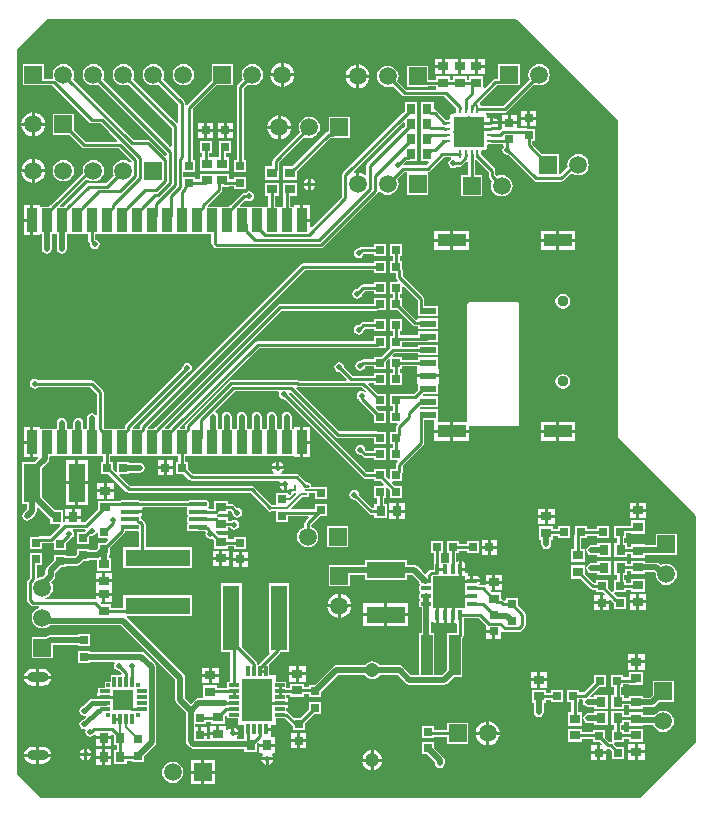
<source format=gtl>
%FSTAX23Y23*%
%MOIN*%
%SFA1B1*%

%IPPOS*%
%AMD30*
4,1,8,-0.011800,0.003000,-0.011800,-0.003000,-0.009800,-0.004900,0.009800,-0.004900,0.011800,-0.003000,0.011800,0.003000,0.009800,0.004900,-0.009800,0.004900,-0.011800,0.003000,0.0*
1,1,0.003940,-0.009800,0.003000*
1,1,0.003940,-0.009800,-0.003000*
1,1,0.003940,0.009800,-0.003000*
1,1,0.003940,0.009800,0.003000*
%
%AMD31*
4,1,8,0.003000,0.011800,-0.003000,0.011800,-0.004900,0.009800,-0.004900,-0.009800,-0.003000,-0.011800,0.003000,-0.011800,0.004900,-0.009800,0.004900,0.009800,0.003000,0.011800,0.0*
1,1,0.003940,0.003000,0.009800*
1,1,0.003940,-0.003000,0.009800*
1,1,0.003940,-0.003000,-0.009800*
1,1,0.003940,0.003000,-0.009800*
%
%AMD38*
4,1,8,0.015000,0.006300,-0.015000,0.006300,-0.016500,0.004700,-0.016500,-0.004700,-0.015000,-0.006300,0.015000,-0.006300,0.016500,-0.004700,0.016500,0.004700,0.015000,0.006300,0.0*
1,1,0.003160,0.015000,0.004700*
1,1,0.003160,-0.015000,0.004700*
1,1,0.003160,-0.015000,-0.004700*
1,1,0.003160,0.015000,-0.004700*
%
%AMD39*
4,1,8,-0.006300,0.015000,-0.006300,-0.015000,-0.004700,-0.016500,0.004700,-0.016500,0.006300,-0.015000,0.006300,0.015000,0.004700,0.016500,-0.004700,0.016500,-0.006300,0.015000,0.0*
1,1,0.003160,-0.004700,0.015000*
1,1,0.003160,-0.004700,-0.015000*
1,1,0.003160,0.004700,-0.015000*
1,1,0.003160,0.004700,0.015000*
%
%AMD42*
4,1,8,-0.026700,-0.008100,0.026700,-0.008100,0.030700,-0.004000,0.030700,0.004000,0.026700,0.008100,-0.026700,0.008100,-0.030700,0.004000,-0.030700,-0.004000,-0.026700,-0.008100,0.0*
1,1,0.008080,-0.026700,-0.004000*
1,1,0.008080,0.026700,-0.004000*
1,1,0.008080,0.026700,0.004000*
1,1,0.008080,-0.026700,0.004000*
%
%AMD73*
4,1,8,0.049100,0.051200,-0.049100,0.051200,-0.051200,0.049100,-0.051200,-0.049100,-0.049100,-0.051200,0.049100,-0.051200,0.051200,-0.049100,0.051200,0.049100,0.049100,0.051200,0.0*
1,1,0.004100,0.049100,0.049100*
1,1,0.004100,-0.049100,0.049100*
1,1,0.004100,-0.049100,-0.049100*
1,1,0.004100,0.049100,-0.049100*
%
%ADD16C,0.010000*%
%ADD20R,0.032000X0.012000*%
%ADD21R,0.012000X0.032000*%
%ADD22R,0.104000X0.144000*%
%ADD23R,0.055120X0.129920*%
%ADD24R,0.030000X0.030000*%
%ADD25R,0.035430X0.031500*%
%ADD26R,0.030000X0.030000*%
%ADD27R,0.031500X0.035430*%
%ADD28R,0.055120X0.024410*%
%ADD29R,0.094490X0.043310*%
G04~CAMADD=30~8~0.0~0.0~98.4~236.2~19.7~0.0~15~0.0~0.0~0.0~0.0~0~0.0~0.0~0.0~0.0~0~0.0~0.0~0.0~90.0~236.0~98.0*
%ADD30D30*%
G04~CAMADD=31~8~0.0~0.0~98.4~236.2~19.7~0.0~15~0.0~0.0~0.0~0.0~0~0.0~0.0~0.0~0.0~0~0.0~0.0~0.0~0.0~98.4~236.2*
%ADD31D31*%
%ADD32R,0.007870X0.007870*%
%ADD33R,0.035430X0.011810*%
%ADD34R,0.011810X0.035430*%
%ADD35R,0.011810X0.011810*%
%ADD36R,0.056300X0.216540*%
%ADD37R,0.129920X0.055120*%
G04~CAMADD=38~8~0.0~0.0~330.7~126.0~15.8~0.0~15~0.0~0.0~0.0~0.0~0~0.0~0.0~0.0~0.0~0~0.0~0.0~0.0~0.0~330.7~126.0*
%ADD38D38*%
G04~CAMADD=39~8~0.0~0.0~330.7~126.0~15.8~0.0~15~0.0~0.0~0.0~0.0~0~0.0~0.0~0.0~0.0~0~0.0~0.0~0.0~90.0~126.0~331.0*
%ADD39D39*%
%ADD40R,0.038580X0.133860*%
%ADD41R,0.216540X0.056300*%
G04~CAMADD=42~8~0.0~0.0~614.2~161.4~40.4~0.0~15~0.0~0.0~0.0~0.0~0~0.0~0.0~0.0~0.0~0~0.0~0.0~0.0~180.0~614.0~162.0*
%ADD42D42*%
%ADD43R,0.035430X0.078740*%
%ADD58R,0.070870X0.070870*%
G04~CAMADD=73~8~0.0~0.0~1023.6~1023.6~20.5~0.0~15~0.0~0.0~0.0~0.0~0~0.0~0.0~0.0~0.0~0~0.0~0.0~0.0~0.0~1023.6~1023.6*
%ADD73D73*%
%ADD74R,0.106300X0.106300*%
%ADD75C,0.019680*%
%ADD76C,0.005910*%
%ADD77C,0.015000*%
%ADD78R,0.059060X0.059060*%
%ADD79C,0.059060*%
%ADD80C,0.037400*%
%ADD81R,0.059060X0.059060*%
%ADD82C,0.019680*%
%ADD83O,0.070870X0.035430*%
%ADD84C,0.047240*%
%LNsolears_v1-1*%
%LPD*%
G36*
X02675Y03604D02*
X02902Y03377D01*
X02982Y03297*
X03014Y03265*
Y02215*
X03015Y02211*
X03017Y02207*
X03274Y0195*
Y01194*
X0309Y0101*
X01089*
X0101Y01084*
Y03505*
X01109Y03604*
X02675*
G37*
%LNsolears_v1-2*%
%LPC*%
G36*
X02569Y03473D02*
X02546D01*
Y03452*
X02569*
Y03473*
G37*
G36*
X02426D02*
X02403D01*
Y03452*
X02426*
Y03473*
G37*
G36*
X019Y03459D02*
Y03425D01*
X01934*
X01933Y0343*
X01929Y03439*
X01923Y03448*
X01914Y03454*
X01905Y03458*
X019Y03459*
G37*
G36*
X0189D02*
X01884Y03458D01*
X01875Y03454*
X01866Y03448*
X0186Y03439*
X01856Y0343*
X01855Y03425*
X0189*
Y03459*
G37*
G36*
X02569Y03442D02*
X02546D01*
Y03421*
X02569*
Y03442*
G37*
G36*
X02536Y03473D02*
X02491D01*
Y03447*
Y03421*
X02536*
Y03447*
Y03473*
G37*
G36*
X02481D02*
X02436D01*
Y03447*
Y03421*
X02481*
Y03447*
Y03473*
G37*
G36*
X02426Y03442D02*
X02403D01*
Y03421*
X02426*
Y03442*
G37*
G36*
X02151Y03454D02*
Y0342D01*
X02185*
X02184Y03425*
X0218Y03434*
X02174Y03443*
X02166Y03449*
X02156Y03453*
X02151Y03454*
G37*
G36*
X02141D02*
X02136Y03453D01*
X02126Y03449*
X02118Y03443*
X02111Y03434*
X02107Y03425*
X02107Y0342*
X02141*
Y03454*
G37*
G36*
X01795Y03455D02*
X01785Y03454D01*
X01777Y0345*
X01769Y03445*
X01764Y03437*
X0176Y03429*
X01759Y0342*
X0176Y0341*
X01763Y03404*
X01747Y03387*
X01744Y03384*
X01743Y0338*
Y03135*
X01734*
Y03094*
X01775*
Y03135*
X01766*
Y03375*
X01779Y03388*
X01785Y03385*
X01795Y03384*
X01804Y03385*
X01812Y03389*
X0182Y03394*
X01825Y03402*
X01829Y0341*
X0183Y0342*
X01829Y03429*
X01825Y03437*
X0182Y03445*
X01812Y0345*
X01804Y03454*
X01795Y03455*
G37*
G36*
X01565D02*
X01555Y03454D01*
X01547Y0345*
X01539Y03445*
X01534Y03437*
X0153Y03429*
X01529Y0342*
X0153Y0341*
X01534Y03402*
X01539Y03394*
X01547Y03389*
X01555Y03385*
X01565Y03384*
X01574Y03385*
X01582Y03389*
X0159Y03394*
X01595Y03402*
X01599Y0341*
X016Y0342*
X01599Y03429*
X01595Y03437*
X0159Y03445*
X01582Y0345*
X01574Y03454*
X01565Y03455*
G37*
G36*
X01934Y03415D02*
X019D01*
Y0338*
X01905Y03381*
X01914Y03385*
X01923Y03391*
X01929Y034*
X01933Y03409*
X01934Y03415*
G37*
G36*
X0189D02*
X01855D01*
X01856Y03409*
X0186Y034*
X01866Y03391*
X01875Y03385*
X01884Y03381*
X0189Y0338*
Y03415*
G37*
G36*
X02185Y0341D02*
X02151D01*
Y03375*
X02156Y03376*
X02166Y0338*
X02174Y03386*
X0218Y03395*
X02184Y03404*
X02185Y0341*
G37*
G36*
X02141D02*
X02107D01*
X02107Y03404*
X02111Y03395*
X02118Y03386*
X02126Y0338*
X02136Y03376*
X02141Y03375*
Y0341*
G37*
G36*
X02741Y033D02*
X02721D01*
Y0328*
X02741*
Y033*
G37*
G36*
X02711D02*
X02691D01*
Y0328*
X02711*
Y033*
G37*
G36*
X02676Y03285D02*
X02656D01*
Y03265*
X02676*
Y03285*
G37*
G36*
X02646D02*
X02626D01*
Y03265*
X02646*
Y03285*
G37*
G36*
X026Y03274D02*
X02596D01*
Y03264*
X02612*
X02612Y03267*
X02609Y03271*
X02605Y03273*
X026Y03274*
G37*
G36*
X0107Y03294D02*
Y0326D01*
X01104*
X01103Y03265*
X01099Y03274*
X01093Y03283*
X01084Y03289*
X01075Y03293*
X0107Y03294*
G37*
G36*
X0106D02*
X01054Y03293D01*
X01045Y03289*
X01036Y03283*
X0103Y03274*
X01026Y03265*
X01025Y0326*
X0106*
Y03294*
G37*
G36*
X01465Y03455D02*
X01455Y03454D01*
X01447Y0345*
X01439Y03445*
X01434Y03437*
X0143Y03429*
X01429Y0342*
X0143Y0341*
X01434Y03402*
X01439Y03394*
X01447Y03389*
X01455Y03385*
X01465Y03384*
X01474Y03385*
X01481Y03388*
X01548Y0332*
Y03258*
X01548Y03258*
X01543Y03256*
X01396Y03404*
X01399Y0341*
X014Y0342*
X01399Y03429*
X01395Y03437*
X0139Y03445*
X01382Y0345*
X01374Y03454*
X01365Y03455*
X01355Y03454*
X01347Y0345*
X01339Y03445*
X01334Y03437*
X0133Y03429*
X01329Y0342*
X0133Y0341*
X01334Y03402*
X01339Y03394*
X01347Y03389*
X01355Y03385*
X01365Y03384*
X01374Y03385*
X01381Y03388*
X01526Y03243*
Y03181*
X01521Y03179*
X01296Y03404*
X01299Y0341*
X013Y0342*
X01299Y03429*
X01295Y03437*
X0129Y03445*
X01282Y0345*
X01274Y03454*
X01265Y03455*
X01255Y03454*
X01247Y0345*
X01239Y03445*
X01234Y03437*
X0123Y03429*
X01229Y0342*
X0123Y0341*
X01234Y03402*
X01239Y03394*
X01247Y03389*
X01255Y03385*
X01265Y03384*
X01274Y03385*
X01281Y03388*
X0151Y03159*
Y03151*
X01505Y03149*
X01455Y032*
X01451Y03202*
X01447Y03203*
X01397*
X01196Y03404*
X01199Y0341*
X012Y0342*
X01199Y03429*
X01195Y03437*
X0119Y03445*
X01182Y0345*
X01174Y03454*
X01165Y03455*
X01155Y03454*
X01147Y0345*
X01139Y03445*
X01134Y03437*
X0113Y03429*
X01129Y0342*
X0113Y03411*
X01129Y03408*
X01127Y03406*
X011*
Y03455*
X01029*
Y03384*
X01088*
X01089Y03384*
X01127*
X01251Y0326*
X01255Y03258*
X01259Y03257*
X01289*
X01345Y032*
X01343Y03196*
X01239*
X012Y03235*
Y0329*
X01129*
Y03219*
X01184*
X01226Y03177*
X0123Y03174*
X01234Y03174*
X0135*
X01392Y03132*
X01391Y0313*
X01386Y03128*
X01382Y0313*
X01374Y03134*
X01365Y03135*
X01355Y03134*
X01347Y0313*
X01339Y03125*
X01334Y03117*
X0133Y03109*
X01329Y031*
X0133Y0309*
X01333Y03084*
X01307Y03058*
X01249*
X01245Y03057*
X01241Y03054*
X01173Y02986*
X01171Y02984*
X01167Y0298*
X01155*
X01153Y02984*
X01241Y03073*
X01247Y03069*
X01255Y03065*
X01265Y03064*
X01274Y03065*
X01282Y03069*
X0129Y03074*
X01295Y03082*
X01299Y0309*
X013Y031*
X01299Y03109*
X01295Y03117*
X0129Y03125*
X01282Y0313*
X01274Y03134*
X01265Y03135*
X01255Y03134*
X01247Y0313*
X01239Y03125*
X01234Y03117*
X0123Y03109*
X01229Y031*
X0123Y03093*
X01123Y02986*
X01121Y02984*
X01117Y0298*
X01087*
Y02984*
X01065*
Y02935*
Y02885*
X01087*
Y02889*
X01093*
Y0284*
X01095Y02833*
X01098Y02828*
X01103Y02825*
X0111Y02823*
X01116Y02825*
X01121Y02828*
X01124Y02833*
X01126Y0284*
Y02889*
X01131*
X01133*
X01136*
X01143*
Y0284*
X01145Y02833*
X01148Y02828*
X01153Y02825*
X0116Y02823*
X01166Y02825*
X01171Y02828*
X01174Y02833*
X01176Y0284*
Y02889*
X01181*
X01183*
X01186*
X01231*
X01233*
X01236*
X01248*
Y02865*
X01249Y0286*
X01252Y02857*
X01254Y02855*
X01253Y02855*
X01255Y02848*
X01258Y02843*
X01263Y0284*
X0127Y02838*
X01276Y0284*
X01281Y02843*
X01284Y02848*
X01286Y02855*
X01284Y02861*
X01281Y02866*
X01276Y02869*
X01271Y0287*
Y02889*
X01283*
X01286*
X01331*
X01333*
X01336*
X01381*
X01383*
X01386*
X01431*
X01433*
X01436*
X01481*
X01483*
X01486*
X01531*
X01533*
X01536*
X01581*
X01585*
X01588*
X01631*
X01633*
X01636*
X01658*
Y02858*
X01659Y02854*
X01662Y0285*
X01667Y02845*
X01671Y02842*
X01675Y02841*
X02023*
X02028Y02842*
X02031Y02845*
X0221Y03023*
X02212Y03027*
X02213Y03031*
X02215Y03031*
X02218Y03032*
X02221Y03029*
X02228Y03024*
X02237Y0302*
X02246Y03019*
X02255Y0302*
X02264Y03024*
X02271Y03029*
X02277Y03037*
X0228Y03045*
X02282Y03055*
X0228Y03064*
X02278Y03071*
X02302Y03095*
X0231*
X0231Y0309*
X0231Y0309*
Y03019*
X02381*
Y0309*
X0238*
X0238Y03095*
X02383Y03096*
X02387Y03098*
X02432Y03144*
X02456*
X02457Y03139*
X02453Y03136*
X0245Y03131*
X02448Y03125*
X0245Y03118*
X02453Y03113*
X02458Y0311*
X02465Y03108*
X02471Y0311*
X02476Y03113*
X02476Y03113*
X02487*
X02491Y03114*
X02495Y03117*
X0251Y03131*
X02511Y03131*
X02515Y03129*
Y03085*
X0249*
Y03014*
X02561*
Y03085*
X02537*
Y03134*
X02537Y03134*
X02542Y03136*
X02583Y03094*
Y03081*
X02584Y03077*
X02586Y03073*
X02594Y03066*
X02591Y03059*
X0259Y0305*
X02591Y0304*
X02595Y03032*
X02601Y03024*
X02608Y03019*
X02617Y03015*
X02626Y03014*
X02635Y03015*
X02644Y03019*
X02651Y03024*
X02657Y03032*
X0266Y0304*
X02662Y0305*
X0266Y03059*
X02657Y03067*
X02651Y03075*
X02644Y0308*
X02635Y03084*
X02626Y03085*
X02617Y03084*
X0261Y03081*
X02605Y03086*
Y03099*
X02605Y03103*
X02602Y03107*
X02556Y03153*
Y03155*
X02556Y03155*
Y03165*
X02561Y03168*
X02565*
X0257Y03169*
X02574Y03172*
X02576Y03176*
X02577Y0318*
Y03185*
X02581Y03189*
X0259*
X02591Y03189*
X0263*
Y03184*
X02632Y03179*
X0263Y03176*
X02628Y0317*
X0263Y03163*
X02633Y03158*
X02638Y03155*
X02645Y03153*
X02645Y03154*
X02732Y03067*
X02735Y03064*
X0274Y03063*
X02825*
X02829Y03064*
X02832Y03067*
X02858Y03092*
X02863Y03089*
X02872Y03085*
X02881Y03084*
X0289Y03085*
X02899Y03089*
X02906Y03094*
X02912Y03102*
X02915Y0311*
X02917Y0312*
X02915Y03129*
X02912Y03137*
X02906Y03145*
X02899Y0315*
X0289Y03154*
X02881Y03155*
X02872Y03154*
X02863Y0315*
X02856Y03145*
X0285Y03137*
X02846Y03129*
X02845Y0312*
X02846Y03112*
X02821Y03087*
X02816Y03089*
Y03155*
X02761*
X02727Y03189*
Y03199*
X02737*
Y0324*
X0271*
X02709Y03241*
X02705Y03242*
X02676*
Y03255*
X02651*
X02626*
Y0324*
X02623Y03238*
X02619Y03234*
X02617Y03234*
X02617Y03234*
X02591*
Y03244*
X02612*
X02612Y03247*
X0261Y03249*
X02612Y03251*
X02612Y03254*
X02591*
Y03259*
X02586*
Y03274*
X02581*
X02577Y03277*
Y03279*
X02576Y03283*
X02574Y03287*
X02572Y03288*
X02574Y03293*
X02636*
X0264Y03294*
X02644Y03296*
X02735Y03388*
X02742Y03385*
X02751Y03384*
X0276Y03385*
X02769Y03389*
X02776Y03394*
X02782Y03402*
X02785Y0341*
X02787Y0342*
X02785Y03429*
X02782Y03437*
X02776Y03445*
X02769Y0345*
X0276Y03454*
X02751Y03455*
X02742Y03454*
X02733Y0345*
X02726Y03445*
X0272Y03437*
X02716Y03429*
X02715Y0342*
X02716Y0341*
X02719Y03404*
X02631Y03315*
X02556*
X02556Y03317*
X02554Y0332*
X02553Y0332*
X02552Y03325*
X02552Y03326*
X0261Y03384*
X02626*
X02627Y03384*
X02686*
Y03455*
X02615*
Y03406*
X02605*
X02601Y03405*
X02597Y03403*
Y03403*
X02569Y03375*
X02564Y03377*
Y03414*
X02517*
Y03403*
X02509*
Y03414*
X02462*
Y03403*
X02454*
Y03414*
X02407*
Y03403*
X02381*
Y0345*
X0231*
Y03379*
X02381*
Y03381*
X02407*
Y0337*
X02403Y03369*
X02307*
X02278Y03399*
X0228Y03405*
X02282Y03415*
X0228Y03424*
X02277Y03432*
X02271Y0344*
X02264Y03445*
X02255Y03449*
X02246Y0345*
X02237Y03449*
X02228Y03445*
X02221Y0344*
X02215Y03432*
X02211Y03424*
X0221Y03415*
X02211Y03405*
X02215Y03397*
X02221Y03389*
X02228Y03384*
X02237Y0338*
X02246Y03379*
X02255Y0338*
X02262Y03383*
X02294Y0335*
X02298Y03348*
X02302Y03347*
X02435*
X02475Y03306*
Y03304*
X02475Y03304*
Y03294*
X02471Y03291*
X02467*
X02462Y0329*
X02458Y03287*
X02455Y03283*
X02454Y03279*
Y03274*
X02451Y0327*
X02442*
X02441Y0327*
X02439*
X02409Y033*
X02406Y03302*
X02402Y03303*
X024Y03307*
Y03328*
X02357*
Y03283*
Y03281*
Y03278*
Y03231*
Y03228*
Y03181*
Y03178*
Y03176*
Y03131*
X02381*
X02383Y03126*
X02374Y03117*
X023*
X023Y03117*
X02298Y03122*
X02306Y03131*
X02313*
X02314Y03131*
X02345*
Y03178*
Y03181*
Y03183*
Y03228*
Y03231*
Y03233*
Y03278*
Y03281*
Y03283*
Y03328*
X02302*
Y03297*
X02298Y03293*
X02295Y03291*
X02098Y03093*
X02095Y0309*
X02094Y03086*
Y03013*
X01992Y0291*
X01987Y02912*
Y0293*
X0196*
Y02935*
X01955*
Y02984*
X01932*
Y0298*
X01921*
Y03015*
X01943*
Y03059*
X01896*
Y03015*
X01898*
Y0298*
X01886*
X01883*
X01871*
Y03015*
X01883*
Y03059*
X01836*
Y03015*
X01848*
Y0298*
X01836*
X01833*
X01831*
X01786*
X01783*
X01781*
X01755*
X01753Y02984*
X01769Y03001*
X01773Y03003*
X01778Y03*
X01785Y02998*
X01791Y03*
X01796Y03003*
X01799Y03008*
X01801Y03015*
X01799Y03021*
X01796Y03026*
X01791Y03029*
X01785Y03031*
X01778Y03029*
X01773Y03026*
X01773Y03026*
X01767*
X01763Y03025*
X01759Y03022*
X01723Y02986*
X01721Y02984*
X01717Y0298*
X01686*
X01683*
X01648*
X01646Y02985*
X0169Y03028*
X01692Y03032*
X01693Y03036*
Y03045*
X01718*
Y03048*
X01734*
Y03039*
X01775*
Y0308*
X01734*
Y03071*
X01718*
Y03089*
X01673*
X0167Y03089*
X01666Y03089*
X01621*
Y03071*
X01605*
Y0308*
X01564*
Y03094*
X01605*
Y03135*
X01596*
Y03305*
X01675Y03384*
X0173*
Y03455*
X01659*
Y034*
X01577Y03317*
X01576Y03316*
X01571Y03317*
Y03325*
X0157Y03329*
X01567Y03332*
X01496Y03404*
X01499Y0341*
X015Y0342*
X01499Y03429*
X01495Y03437*
X0149Y03445*
X01482Y0345*
X01474Y03454*
X01465Y03455*
G37*
G36*
X0189Y03284D02*
Y0325D01*
X01924*
X01923Y03255*
X01919Y03264*
X01913Y03273*
X01904Y03279*
X01895Y03283*
X0189Y03284*
G37*
G36*
X0188D02*
X01874Y03283D01*
X01865Y03279*
X01856Y03273*
X0185Y03264*
X01846Y03255*
X01845Y0325*
X0188*
Y03284*
G37*
G36*
X02741Y0327D02*
X02721D01*
Y0325*
X02741*
Y0327*
G37*
G36*
X02711D02*
X02691D01*
Y0325*
X02711*
Y0327*
G37*
G36*
X0173Y0326D02*
X0171D01*
Y0324*
X0173*
Y0326*
G37*
G36*
X01665D02*
X01645D01*
Y0324*
X01665*
Y0326*
G37*
G36*
X01635D02*
X01615D01*
Y0324*
X01635*
Y0326*
G37*
G36*
X017D02*
X0168D01*
Y0324*
X017*
Y0326*
G37*
G36*
X01104Y0325D02*
X0107D01*
Y03215*
X01075Y03216*
X01084Y0322*
X01093Y03226*
X01099Y03235*
X01103Y03244*
X01104Y0325*
G37*
G36*
X0106D02*
X01025D01*
X01026Y03244*
X0103Y03235*
X01036Y03226*
X01045Y0322*
X01054Y03216*
X0106Y03215*
Y0325*
G37*
G36*
X0173Y0323D02*
X0171D01*
Y0321*
X0173*
Y0323*
G37*
G36*
X017D02*
X0168D01*
Y0321*
X017*
Y0323*
G37*
G36*
X01665D02*
X01645D01*
Y0321*
X01665*
Y0323*
G37*
G36*
X01635D02*
X01615D01*
Y0321*
X01635*
Y0323*
G37*
G36*
X0212Y0328D02*
X02049D01*
Y03231*
X02045Y0323*
X02042Y03228*
X01927Y03114*
X01896*
Y0307*
X01943*
Y03098*
X02054Y03209*
X0206*
X02061Y03209*
X0212*
Y0328*
G37*
G36*
X01985Y0328D02*
X01975Y03279D01*
X01967Y03275*
X01959Y0327*
X01954Y03262*
X0195Y03254*
X01949Y03245*
X0195Y03235*
X01953Y03229*
X01864Y0314*
X01862Y03136*
X01861Y03132*
Y03114*
X01836*
Y0307*
X01883*
Y03102*
X01883Y03103*
Y03128*
X01969Y03213*
X01975Y0321*
X01985Y03209*
X01994Y0321*
X02002Y03214*
X0201Y03219*
X02015Y03227*
X02019Y03235*
X0202Y03245*
X02019Y03254*
X02015Y03262*
X0201Y0327*
X02002Y03275*
X01994Y03279*
X01985Y0328*
G37*
G36*
X01924Y0324D02*
X0189D01*
Y03205*
X01895Y03206*
X01904Y0321*
X01913Y03216*
X01919Y03225*
X01923Y03234*
X01924Y0324*
G37*
G36*
X0188D02*
X01845D01*
X01846Y03234*
X0185Y03225*
X01856Y03216*
X01865Y0321*
X01874Y03206*
X0188Y03205*
Y0324*
G37*
G36*
X01725Y032D02*
X01684D01*
Y03171*
X01683Y0317*
Y03147*
X0168Y03144*
X0167*
X01666*
X01651*
Y03159*
X0166*
Y032*
X01619*
Y03159*
X01628*
Y03144*
X01621*
Y031*
X01666*
X0167*
X01673*
X01718*
Y03144*
X01706*
Y03159*
X01725*
Y032*
G37*
G36*
X0107Y03139D02*
Y03105D01*
X01104*
X01103Y0311*
X01099Y03119*
X01093Y03128*
X01084Y03134*
X01075Y03138*
X0107Y03139*
G37*
G36*
X0106D02*
X01054Y03138D01*
X01045Y03134*
X01036Y03128*
X0103Y03119*
X01026Y0311*
X01025Y03105*
X0106*
Y03139*
G37*
G36*
X01165Y03135D02*
X01155Y03134D01*
X01147Y0313*
X01139Y03125*
X01134Y03117*
X0113Y03109*
X01129Y031*
X0113Y0309*
X01134Y03082*
X01139Y03074*
X01147Y03069*
X01155Y03065*
X01165Y03064*
X01174Y03065*
X01182Y03069*
X0119Y03074*
X01195Y03082*
X01199Y0309*
X012Y031*
X01199Y03109*
X01195Y03117*
X0119Y03125*
X01182Y0313*
X01174Y03134*
X01165Y03135*
G37*
G36*
X01104Y03095D02*
X0107D01*
Y0306*
X01075Y03061*
X01084Y03065*
X01093Y03071*
X01099Y0308*
X01103Y03089*
X01104Y03095*
G37*
G36*
X0106D02*
X01025D01*
X01026Y03089*
X0103Y0308*
X01036Y03071*
X01045Y03065*
X01054Y03061*
X0106Y0306*
Y03095*
G37*
G36*
X0199Y03074D02*
Y0306D01*
X02004*
X02003Y03062*
X01999Y03069*
X01992Y03073*
X0199Y03074*
G37*
G36*
X0198D02*
X01977Y03073D01*
X0197Y03069*
X01966Y03062*
X01965Y0306*
X0198*
Y03074*
G37*
G36*
X02004Y0305D02*
X0199D01*
Y03035*
X01992Y03036*
X01999Y0304*
X02003Y03047*
X02004Y0305*
G37*
G36*
X0198D02*
X01965D01*
X01966Y03047*
X0197Y0304*
X01977Y03036*
X0198Y03035*
Y0305*
G37*
G36*
X01987Y02984D02*
X01965D01*
Y0294*
X01987*
Y02984*
G37*
G36*
X01055D02*
X01032D01*
Y0294*
X01055*
Y02984*
G37*
G36*
Y0293D02*
X01032D01*
Y02885*
X01055*
Y0293*
G37*
G36*
X0287Y02899D02*
X02818D01*
Y02872*
X0287*
Y02899*
G37*
G36*
X02808D02*
X02756D01*
Y02872*
X02808*
Y02899*
G37*
G36*
X02516D02*
X02464D01*
Y02872*
X02516*
Y02899*
G37*
G36*
X02454D02*
X02401D01*
Y02872*
X02454*
Y02899*
G37*
G36*
X0224Y02855D02*
X02199D01*
Y02846*
X0216*
X02155Y02845*
X02152Y02842*
X0215Y02841*
X0215Y02841*
X02143Y02839*
X02138Y02836*
X02135Y02831*
X02133Y02825*
X02135Y02818*
X02138Y02813*
X02143Y0281*
X0215Y02808*
X02156Y0281*
X02161Y02813*
X02164Y02818*
X02165Y02823*
X02199*
Y02814*
X0224*
Y02855*
G37*
G36*
X0287Y02862D02*
X02818D01*
Y02836*
X0287*
Y02862*
G37*
G36*
X02808D02*
X02756D01*
Y02836*
X02808*
Y02862*
G37*
G36*
X02516D02*
X02464D01*
Y02836*
X02516*
Y02862*
G37*
G36*
X02454D02*
X02401D01*
Y02836*
X02454*
Y02862*
G37*
G36*
X0224Y028D02*
X02199D01*
Y02791*
X01965*
X0196Y0279*
X01957Y02787*
X01423Y02254*
X01421Y0225*
X0142Y02246*
Y02242*
X01417Y0224*
X01398*
X01396Y02245*
X01577Y02426*
X01577Y02426*
X01583Y02427*
X01588Y02431*
X01592Y02436*
X01593Y02442*
X01592Y02448*
X01588Y02453*
X01583Y02457*
X01577Y02458*
X01571Y02457*
X01566Y02453*
X01562Y02448*
X01561Y02442*
X01561Y02442*
X01373Y02254*
X01371Y0225*
X0137Y02246*
Y02242*
X01367Y0224*
X01336*
X01333*
X01302*
X01299Y02242*
Y02361*
X01298Y02365*
X01296Y02369*
X01267Y02397*
X01264Y024*
X0126Y02401*
X01081*
X01081Y02401*
X01076Y02404*
X0107Y02406*
X01063Y02404*
X01058Y02401*
X01055Y02396*
X01053Y0239*
X01055Y02383*
X01058Y02378*
X01063Y02375*
X0107Y02373*
X01076Y02375*
X01081Y02378*
X01081Y02378*
X01255*
X01277Y02356*
Y02286*
X01272Y02284*
X01271Y02286*
X01266Y02289*
X0126Y02291*
X01253Y02289*
X01248Y02286*
X01245Y02281*
X01243Y02275*
Y02243*
X0124Y0224*
X01234*
X01231Y02243*
Y0226*
X01229Y02266*
X01226Y02271*
X01221Y02274*
X01215Y02276*
X01208Y02274*
X01203Y02271*
X012Y02266*
X01198Y0226*
Y02243*
X01195Y0224*
X01185*
X01181*
X01176*
Y0226*
X01174Y02266*
X01171Y02271*
X01166Y02274*
X0116Y02276*
X01153Y02274*
X01148Y02271*
X01145Y02266*
X01143Y0226*
Y02243*
X0114Y0224*
X01135*
X01131*
X01087*
Y02244*
X01065*
Y02195*
Y02145*
X01079*
X01081Y02141*
X0107Y0213*
X01026*
Y01989*
X01044*
Y01971*
X01033Y01961*
X0103Y01956*
X01028Y0195*
X0103Y01943*
X01033Y01938*
X01038Y01935*
X01045Y01933*
X01051Y01935*
X01056Y01938*
X01071Y01953*
X01075Y01959*
X01076Y01965*
Y01977*
X0108Y01979*
X01118Y01941*
X0112Y0194*
Y01921*
X01153*
X01155Y01916*
X01119Y01881*
X01085*
X01083Y0188*
X01054*
Y01839*
X01095*
Y01858*
X01124*
X01128Y01859*
X01129Y01859*
X01134Y01857*
Y01834*
X01175*
Y0186*
X0119Y01875*
X01191Y01875*
X01196Y01878*
X01199Y01883*
X01201Y0189*
X01199Y01896*
X01197Y019*
X01198Y01904*
X01199Y01905*
X01237*
X01239Y019*
X01235Y01895*
X01209*
Y01854*
X0125*
Y0188*
X01255Y01884*
X0126Y01883*
X01266Y01885*
X01271Y01888*
X01274Y01892*
X01279Y01891*
Y01874*
X01311*
X01313Y01869*
X01305Y0186*
X01279*
Y01841*
X01273Y01836*
X0125*
Y0184*
X01209*
Y01821*
X01203Y01816*
X01175*
Y0182*
X01134*
Y01801*
X0111Y01778*
X01107Y01773*
X01105Y01767*
Y01754*
X01097Y01745*
X01095Y01745*
X01085Y01744*
X01081Y01742*
X01076Y01745*
Y01784*
X01095*
Y01825*
X01054*
Y01796*
X01053Y01795*
Y01742*
X01046Y01735*
X01044Y01731*
X01043Y01727*
Y0167*
X01044Y01666*
X01046Y01662*
X01057Y01652*
X0106Y01649*
X01065Y01648*
X01083*
X01084Y01643*
X01077Y0164*
X01069Y01635*
X01064Y01627*
X0106Y01619*
X01059Y0161*
X0106Y016*
X01064Y01592*
X01069Y01584*
X01077Y01579*
X01085Y01575*
X01095Y01574*
X01104Y01575*
X01112Y01579*
X0112Y01584*
X0112Y01584*
X01357*
X01538Y01403*
Y01335*
X0154Y01328*
X01543Y01323*
X01573Y01294*
Y01198*
X01573*
X01574Y01192*
X01577Y01187*
X01587Y01177*
X01592Y01174*
X01598Y01173*
X01767*
Y01161*
X0181*
Y01192*
X01814Y01195*
X01818Y01193*
Y0119*
X01844*
X0187*
Y01212*
X01856*
Y01233*
X0184*
Y01243*
X01856*
Y01253*
X01872*
Y01274*
X01904*
X01929Y01249*
Y01234*
X0197*
Y0126*
X01999Y01289*
X02025*
Y0133*
X01984*
Y01304*
X01955Y01275*
X01934*
X01916Y01293*
X01912Y01296*
X01908Y01297*
Y01309*
X01913*
Y0132*
X01887*
Y0133*
X01913*
Y01341*
X01908*
Y01353*
X01921*
Y01345*
X01968*
Y01356*
X01984*
Y01344*
X02025*
Y01363*
X02081Y01418*
X0217*
X02173Y01413*
X0218Y01409*
X02187Y01406*
X02195Y01405*
X02202Y01406*
X02209Y01409*
X02216Y01413*
X02219Y01418*
X02279*
X02307Y0139*
X02312Y01387*
X02318Y01386*
X02434*
X02441Y01387*
X02446Y0139*
X02467Y01412*
X02495*
Y01542*
X02496Y01543*
X02498Y01546*
X02499Y01551*
Y01599*
X025Y016*
X025Y01603*
Y01607*
X02551*
X02575Y01583*
Y0157*
X026*
Y01565*
X02605*
Y0154*
X02625*
Y01562*
X02625Y01563*
X0263Y01565*
X02632Y01563*
X02636Y01562*
X02684*
X02688Y01563*
X02691Y01566*
X02702Y01577*
X02705Y0158*
X02706Y01585*
Y0162*
X02705Y01624*
X02702Y01627*
X0268Y01649*
Y01675*
X02639*
Y01667*
X02634Y01666*
X02631Y01669*
X02627Y01671*
X02623Y01672*
Y01694*
X02592*
X02589Y01697*
X02591Y01701*
X02595*
Y01722*
X02572*
Y0172*
X02567Y01717*
X02566Y01718*
X02562Y01718*
X02554*
X02551Y01723*
X02552Y01724*
X02552Y01728*
X02526*
Y01733*
X02521*
Y01749*
X02513*
Y01758*
X02504*
Y01766*
X02488*
Y01771*
X02483*
Y01797*
X02479Y01797*
X02478Y01796*
X02473Y01799*
Y01824*
X02485*
Y01833*
X02509*
Y01824*
X0255*
Y01865*
X02509*
Y01856*
X02485*
Y01865*
X02444*
Y01824*
X02451*
Y01794*
X02449Y01792*
X02446Y01791*
X02444Y01793*
X02441Y01793*
X02432*
X02429Y01793*
X02427Y01791*
X02425Y01792*
X02422Y01794*
Y01824*
X0243*
Y01865*
X02389*
Y01824*
X024*
Y0179*
X02399Y01789*
X02399Y01786*
Y0177*
X02392*
X02388Y01769*
X02385Y01767*
X02377Y01759*
X02376Y01757*
X0237Y01756*
X0236Y01766*
X02359Y01767*
X02345Y01781*
X0234Y01784*
X02334Y01785*
X0231*
Y01803*
X02169*
Y01785*
X02104*
X02103Y01785*
X02049*
Y01714*
X0212*
Y01753*
X02169*
Y01736*
X0231*
Y01753*
X02327*
X02336Y01745*
X02337Y01744*
X02351Y0173*
Y01728*
X02351Y01725*
X02353Y01723*
Y01717*
X02351Y01715*
X02351Y01712*
Y01703*
X02351Y017*
X02353Y01697*
Y01692*
X02351Y01689*
X02351Y01686*
Y01677*
X02351Y01674*
X02353Y01672*
Y01666*
X02351Y01664*
X02351Y01661*
Y01651*
X02351Y01648*
X02353Y01646*
X02355Y01644*
X02358Y01644*
X02359*
Y01557*
X02351*
Y01418*
X02325*
X02297Y01446*
X02292Y01449*
X02286Y01451*
X02219*
X02216Y01456*
X02209Y0146*
X02202Y01463*
X02195Y01464*
X02187Y01463*
X0218Y0146*
X02173Y01456*
X0217Y01451*
X02075*
X02068Y01449*
X02063Y01446*
X02003Y01385*
X01984*
Y01378*
X01968*
Y01389*
X01921*
Y01376*
X01908*
Y01395*
X01872*
Y01417*
X01851*
Y01453*
X0185Y01456*
X01887Y01493*
X01888Y01495*
X01918*
Y01724*
X0185*
Y01495*
X01851*
X01853Y01491*
X01816Y01453*
X01814*
X0181Y01456*
X01809Y0146*
X01806Y01464*
X01759Y01511*
Y01724*
X01691*
Y01495*
X01721*
Y01395*
X01711*
Y01376*
X01678*
Y01384*
X01631*
Y01341*
X01613*
X01613*
X01607Y01339*
X01602Y01336*
X01589Y01323*
X01571Y01341*
Y0141*
X01569Y01416*
X01566Y01421*
X01375Y01611*
X01376Y01613*
X01377Y01616*
X01594*
Y01685*
X01365*
Y01643*
X01323*
Y01654*
X01292*
X01289Y01657*
X01291Y01661*
X01295*
Y01682*
X01272*
Y01672*
X0127Y01671*
X01106*
X01105Y01676*
X01112Y01679*
X0112Y01684*
X01125Y01692*
X01129Y017*
X0113Y0171*
X01129Y01719*
X01125Y01727*
X01125Y01728*
X01133Y01736*
X01136Y01741*
X01138Y01747*
Y0176*
X01156Y01779*
X01175*
Y01783*
X0121*
X01216Y01785*
X01221Y01788*
X01231Y01799*
X0125*
Y01803*
X01276*
Y01765*
X01323*
Y01809*
X01316*
Y01819*
X0132*
Y01845*
X01368Y01893*
X01371Y01896*
X01371Y01897*
X01413*
X01417Y01894*
Y01844*
X01365*
Y01775*
X01594*
Y01844*
X01439*
Y01921*
X01438Y01926*
X01436Y01929*
X01427Y01938*
X01423Y0194*
X01423Y0194*
Y01941*
X01422Y01945*
X01423Y01948*
X01423Y01948*
X01426Y01953*
X01427Y01957*
X01386*
Y01967*
X01427*
X01426Y01972*
X01429Y01977*
X01576*
X01578Y01972*
X01578Y01972*
X01577Y0197*
X01576Y01966*
Y01958*
X01577Y01954*
X01579Y01951*
Y01948*
X01577Y01945*
X01576Y01941*
Y01933*
X01577Y01929*
X01578Y01927*
X01579Y01924*
X01578Y0192*
X01577Y01919*
X01576Y01915*
Y01907*
X01577Y01903*
X01579Y019*
X01582Y01898*
X01586Y01897*
X01616*
X01616Y01897*
X01636*
X01639Y01893*
X01638Y0189*
X0164Y01883*
X01643Y01878*
X01648Y01875*
X01655Y01873*
X01659Y01874*
X01666Y01868*
Y0184*
X01713*
Y01848*
X01734*
Y01839*
X01775*
Y0188*
X01734*
Y01871*
X01713*
Y01884*
X01682*
X0167Y01895*
X01672Y019*
X01713*
Y01911*
X01721*
X01723Y01908*
X01728Y01905*
X01735Y01903*
X01741Y01905*
X01746Y01908*
X01749Y01913*
X01751Y0192*
X01749Y01926*
X01746Y01931*
X01741Y01934*
X01735Y01936*
X01728Y01934*
X01726Y01933*
X01713*
Y01944*
X01682*
X01681Y01945*
X01677Y01947*
X01677Y01947*
Y01952*
X01677Y01952*
X01681Y01954*
X01682Y01955*
X01713*
Y01966*
X01722*
X01729Y0196*
X01728Y0196*
X0173Y01953*
X01733Y01948*
X01738Y01945*
X01745Y01943*
X01751Y01945*
X01756Y01948*
X01759Y01953*
X01761Y0196*
X01759Y01966*
X01756Y01971*
X01751Y01974*
X01745Y01976*
X01744Y01976*
X01735Y01985*
X01731Y01987*
X01727Y01988*
X01713*
Y01999*
X01666*
Y01973*
X0165*
X01648Y01978*
X01648Y01979*
X01649Y0198*
X0165Y01984*
Y01992*
X01649Y01996*
X01647Y01999*
X01643Y02001*
X0164Y02002*
X01586*
X01582Y02001*
X01579Y01999*
X01579Y01999*
X0142*
X0142Y01999*
X01417Y02001*
X01413Y02002*
X01359*
X01356Y02001*
X01352Y01999*
X01352Y01999*
X01315*
X01314Y01999*
X01281*
Y01971*
X01237Y01927*
X01223*
Y0194*
X01197*
X01171*
Y01931*
X01168Y01929*
X01164Y01932*
Y01968*
X01138*
X01136Y01968*
X01093Y02011*
Y02108*
X01113Y02127*
X01116Y02133*
X01118Y02139*
Y02146*
X01121Y02149*
X01135*
X01138*
X01181*
X01185*
X01188*
X01231*
X01235*
X01238*
X01283*
X01286*
X01288*
X01298*
Y0213*
X01289*
Y02089*
X01315*
X01374Y02029*
X01378Y02027*
X01382Y02026*
X01787*
X01847Y01967*
X0185Y01964*
X01855Y01963*
X01859Y01964*
X01861Y01965*
X01874*
Y01929*
X01915*
Y01948*
X01981*
X01983Y01944*
X01972Y01932*
X01969Y01929*
X01968Y01925*
Y01913*
X01962Y0191*
X01954Y01905*
X01949Y01897*
X01945Y01889*
X01944Y0188*
X01945Y0187*
X01949Y01862*
X01954Y01854*
X01962Y01849*
X0197Y01845*
X0198Y01844*
X01989Y01845*
X01997Y01849*
X02005Y01854*
X0201Y01862*
X02014Y0187*
X02015Y0188*
X02014Y01889*
X0201Y01897*
X02005Y01905*
X01997Y0191*
X01991Y01913*
Y0192*
X02019Y01949*
X02045*
Y0199*
X02004*
Y01971*
X01926*
X01924Y01975*
X01958Y02009*
X01962Y02011*
X01982*
Y02025*
X02004*
Y02004*
X02045*
Y02045*
X02004*
Y02044*
X01994*
X0199Y02049*
X01991Y0205*
X0199Y02054*
X01987Y02057*
X01984Y0206*
X0198Y02061*
X01974*
X0195Y02085*
X01946Y02087*
X01942Y02088*
X01892*
X01891Y02093*
X01894Y02095*
X01898Y02102*
X01899Y02105*
X0186*
X01861Y02102*
X01865Y02095*
X01868Y02093*
X01867Y02088*
X01597*
X0158Y02104*
Y0213*
X01571*
Y02149*
X01581*
X01583*
X01586*
X01631*
X01633*
X01636*
X01681*
X01685*
X01688*
X01731*
X01735*
X01738*
X01781*
X01785*
X01788*
X01831*
X01835*
X01838*
X01881*
X01885*
X01888*
X01932*
Y02145*
X01955*
Y02195*
Y02244*
X01932*
Y0224*
X01926*
Y0228*
X01924Y02286*
X01921Y02291*
X01916Y02294*
X0191Y02296*
X01903Y02294*
X01898Y02291*
X01895Y02286*
X01893Y0228*
Y02243*
X0189Y0224*
X01885*
X01881*
X01876*
Y0228*
X01874Y02286*
X01871Y02291*
X01866Y02294*
X0186Y02296*
X01853Y02294*
X01848Y02291*
X01845Y02286*
X01843Y0228*
Y02243*
X0184Y0224*
X01835*
X01831*
X01826*
Y0228*
X01824Y02286*
X01821Y02291*
X01816Y02294*
X0181Y02296*
X01803Y02294*
X01798Y02291*
X01795Y02286*
X01793Y0228*
Y02243*
X0179Y0224*
X01785*
X01781*
X01776*
Y0228*
X01774Y02286*
X01771Y02291*
X01766Y02294*
X0176Y02296*
X01753Y02294*
X01748Y02291*
X01745Y02286*
X01743Y0228*
Y02243*
X0174Y0224*
X01735*
X01731*
X01726*
Y0228*
X01724Y02286*
X01721Y02291*
X01716Y02294*
X0171Y02296*
X01703Y02294*
X01698Y02291*
X01695Y02286*
X01693Y0228*
Y02243*
X0169Y0224*
X01684*
X01681Y02243*
Y0228*
X01679Y02286*
X01676Y02291*
X01672Y02293*
X0167Y02299*
X01736Y02364*
X01881*
X01884Y02359*
X01883Y02355*
X01885Y02348*
X01888Y02343*
X01893Y0234*
X019Y02338*
X019Y02339*
X02162Y02077*
X02165Y02074*
X0217Y02073*
X02199*
Y02064*
X02225*
X02233Y02055*
X02231Y0205*
X02199*
Y02009*
X02211*
Y01988*
X022*
Y01976*
X02194*
X02151Y02019*
X02151Y0202*
X02149Y02026*
X02146Y02031*
X02141Y02034*
X02135Y02036*
X02128Y02034*
X02123Y02031*
X0212Y02026*
X02118Y0202*
X0212Y02013*
X02123Y02008*
X02128Y02005*
X02135Y02003*
X02135Y02004*
X02182Y01957*
X02185Y01954*
X0219Y01953*
X022*
Y01941*
X02244*
Y01988*
X02233*
Y02009*
X0224*
Y02041*
X02245Y02043*
X02254Y02035*
Y02009*
X02295*
Y0205*
X02269*
X02261Y02059*
X02263Y02064*
X02295*
Y02093*
X02296Y02095*
Y02114*
X02365Y02184*
X02368Y02188*
X02368Y02192*
Y02268*
X024*
X02401Y02263*
Y02263*
Y02236*
X02454*
Y02263*
X02414*
X02413Y02268*
Y02268*
Y02304*
X02355*
X02352Y02309*
X02354Y02311*
X02413*
Y02347*
X02365*
X02362Y02352*
X02364Y02354*
X02413*
Y02388*
Y0239*
X02417Y02393*
X02417*
Y02411*
X0238*
X02342*
Y02393*
X02343*
X02346Y0239*
Y02388*
Y0237*
X02332Y02356*
X02285*
X02283Y02355*
X02254*
Y02314*
X02263*
Y023*
X02254*
Y02259*
X02277*
X02279Y02254*
X02277Y02252*
X02274Y02248*
X02273Y02244*
Y0223*
X02254*
Y02189*
X02263*
Y02175*
X02254*
Y02134*
X02277*
X02279Y02129*
X02277Y02127*
X02274Y02123*
X02273Y02119*
Y02105*
X02254*
Y02073*
X02249Y02071*
X0224Y02079*
Y02105*
X02199*
Y02096*
X02174*
X01916Y02354*
X01916Y02355*
X01915Y02356*
X01919Y02361*
X01922Y02361*
X02072Y02212*
X02075Y02209*
X0208Y02208*
X02199*
Y02189*
X0224*
Y0223*
X02211*
X0221Y02231*
X02084*
X01941Y02373*
X01944Y02378*
X01946Y02377*
X02161*
X02172Y02366*
X02172Y02366*
X02169Y02362*
X02168Y02363*
X02166Y02364*
X0216Y02366*
X02153Y02364*
X02148Y02361*
X02145Y02356*
X02143Y0235*
X02145Y02343*
X02148Y02338*
X02149Y02338*
X02149Y02335*
X02152Y02332*
X02199Y02285*
Y02259*
X0224*
Y023*
X02214*
X02206Y02309*
X02208Y02314*
X0224*
Y02355*
X02214*
X02181Y02389*
X02183Y02393*
X02199*
Y02384*
X0224*
Y02425*
X02199*
Y02416*
X02129*
X02101Y02444*
X02101Y02445*
X02099Y02451*
X02096Y02456*
X02091Y02459*
X02085Y02461*
X02078Y02459*
X02073Y02456*
X0207Y02451*
X02068Y02445*
X0207Y02438*
X02073Y02433*
X02078Y0243*
X02085Y02428*
X02085Y02429*
X02109Y02404*
X02107Y024*
X0195*
X01948Y02401*
X01944Y02402*
X01724*
X0172Y02401*
X01716Y02399*
X01573Y02256*
X01571Y02252*
X0157Y02248*
Y02242*
X01567Y0224*
X01555*
X01553Y02244*
X01817Y02508*
X0221*
X02211Y02509*
X0224*
Y0255*
X02199*
Y02531*
X01812*
X01808Y0253*
X01804Y02527*
X01523Y02246*
X01521Y02244*
X01517Y0224*
X01505*
X01503Y02244*
X01892Y02633*
X0221*
X02211Y02634*
X0224*
Y02675*
X02199*
Y02656*
X01887*
X01883Y02655*
X01879Y02652*
X01473Y02246*
X01471Y02244*
X01467Y0224*
X01448*
X01446Y02245*
X01969Y02768*
X02199*
Y02759*
X0224*
Y028*
G37*
G36*
Y0273D02*
X02199D01*
Y02721*
X02165*
X0216Y0272*
X02157Y02717*
X02145Y02706*
X02145Y02706*
X02138Y02704*
X02133Y02701*
X0213Y02696*
X02128Y0269*
X0213Y02683*
X02133Y02678*
X02138Y02675*
X02145Y02673*
X02151Y02675*
X02156Y02678*
X02159Y02683*
X02161Y0269*
X02161Y0269*
X02169Y02698*
X02199*
Y02689*
X0224*
Y0273*
G37*
G36*
X0283Y0269D02*
X0282Y02688D01*
X02812Y02682*
X02806Y02674*
X02804Y02665*
X02806Y02655*
X02812Y02647*
X0282Y02641*
X0283Y02639*
X02839Y02641*
X02847Y02647*
X02853Y02655*
X02855Y02665*
X02853Y02674*
X02847Y02682*
X02839Y02688*
X0283Y0269*
G37*
G36*
X02295Y02855D02*
X02254D01*
Y02814*
X02263*
Y028*
X02254*
Y02759*
X02273*
Y02745*
X02274Y02741*
X02277Y02737*
X02279Y02735*
X02277Y0273*
X02254*
Y02689*
X02263*
Y02675*
X02254*
Y02634*
X0228*
X02329Y02584*
X02333Y02581*
X02337Y02581*
X02346*
Y02571*
X02413*
Y02607*
X02346*
Y02604*
X02341Y02603*
X02295Y02649*
Y02675*
X02286*
Y02689*
X02295*
Y02712*
X023Y02714*
X02346Y02667*
Y02639*
X02346Y02638*
Y02614*
X02413*
Y0265*
X02368*
Y02672*
X02368Y02676*
X02365Y0268*
X02296Y0275*
Y0277*
X02295Y02771*
Y028*
X02286*
Y02814*
X02295*
Y02855*
G37*
G36*
X0224Y02605D02*
X02199D01*
Y02596*
X02165*
X0216Y02595*
X02157Y02592*
X0215Y02586*
X0215Y02586*
X02143Y02584*
X02138Y02581*
X02135Y02576*
X02133Y0257*
X02135Y02563*
X02138Y02558*
X02143Y02555*
X0215Y02553*
X02156Y02555*
X02161Y02558*
X02164Y02563*
X02166Y0257*
X02166Y0257*
X02169Y02573*
X02199*
Y02564*
X0224*
Y02605*
G37*
G36*
X02295D02*
X02254D01*
Y02564*
X02263*
Y0255*
X02254*
Y02509*
X02225Y0248*
X02199*
Y02471*
X02165*
X0216Y0247*
X02157Y02467*
X02155Y02466*
X02155Y02466*
X02148Y02464*
X02143Y02461*
X0214Y02456*
X02138Y0245*
X0214Y02443*
X02143Y02438*
X02148Y02435*
X02155Y02433*
X02161Y02435*
X02166Y02438*
X02169Y02443*
X0217Y02448*
X02199*
Y02439*
X0224*
Y02465*
X02249Y02473*
X02254Y02471*
Y02439*
X02263*
Y02425*
X02254*
Y02384*
X02295*
Y02425*
X02286*
Y02439*
X02295*
Y02448*
X02343*
X02345Y02445*
X02345Y0244*
X02343Y02438*
X02342*
Y02421*
X0238*
X02417*
Y02438*
X02417*
X02413Y02441*
Y02443*
Y02477*
X02346*
Y0247*
X02295*
Y0248*
X02263*
X02261Y02485*
X02267Y02491*
X02346*
Y02484*
X02413*
Y0252*
X02346*
Y02513*
X02295*
Y02528*
X02346*
Y02527*
X02413*
Y02564*
X02346*
Y02551*
X02286*
Y02564*
X02295*
Y02605*
G37*
G36*
X0283Y02422D02*
X0282Y0242D01*
X02812Y02415*
X02806Y02406*
X02804Y02397*
X02806Y02387*
X02812Y02379*
X0282Y02374*
X0283Y02372*
X02839Y02374*
X02847Y02379*
X02853Y02387*
X02855Y02397*
X02853Y02406*
X02847Y02415*
X02839Y0242*
X0283Y02422*
G37*
G36*
X0287Y02263D02*
X02818D01*
Y02236*
X0287*
Y02263*
G37*
G36*
X02808D02*
X02756D01*
Y02236*
X02808*
Y02263*
G37*
G36*
X02677Y02661D02*
X02518D01*
X02513Y02659*
X02511Y02655*
Y02263*
X02464*
Y02236*
X02516*
Y02245*
X02518Y02247*
X02677*
X02682Y02249*
X02684Y02253*
Y02655*
X02682Y02659*
X02677Y02661*
G37*
G36*
X0287Y02226D02*
X02818D01*
Y022*
X0287*
Y02226*
G37*
G36*
X02808D02*
X02756D01*
Y022*
X02808*
Y02226*
G37*
G36*
X02516D02*
X02464D01*
Y022*
X02516*
Y02226*
G37*
G36*
X02454D02*
X02401D01*
Y022*
X02454*
Y02226*
G37*
G36*
X01987Y02244D02*
X01965D01*
Y022*
X01987*
Y02244*
G37*
G36*
X01055D02*
X01032D01*
Y022*
X01055*
Y02244*
G37*
G36*
X01987Y0219D02*
X01965D01*
Y02145*
X01987*
Y0219*
G37*
G36*
X01055D02*
X01032D01*
Y02145*
X01055*
Y0219*
G37*
G36*
X02155Y02186D02*
X02148Y02184D01*
X02143Y02181*
X0214Y02176*
X02138Y0217*
X0214Y02163*
X02143Y02158*
X02148Y02155*
X02155Y02153*
X02155Y02154*
X02162Y02147*
X02165Y02144*
X0217Y02143*
X02199*
Y02134*
X0224*
Y02175*
X02199*
Y02166*
X02174*
X02171Y02169*
X02171Y0217*
X02169Y02176*
X02166Y02181*
X02161Y02184*
X02155Y02186*
G37*
G36*
X01885Y02129D02*
Y02115D01*
X01899*
X01898Y02117*
X01894Y02124*
X01887Y02128*
X01885Y02129*
G37*
G36*
X01875D02*
X01872Y02128D01*
X01865Y02124*
X01861Y02117*
X0186Y02115*
X01875*
Y02129*
G37*
G36*
X01247Y02134D02*
X01214D01*
Y02065*
X01247*
Y02134*
G37*
G36*
X01204D02*
X01172D01*
Y02065*
X01204*
Y02134*
G37*
G36*
X01332Y02058D02*
X0131D01*
Y02037*
X01332*
Y02058*
G37*
G36*
X013D02*
X01277D01*
Y02037*
X013*
Y02058*
G37*
G36*
X01332Y02027D02*
X0131D01*
Y02006*
X01332*
Y02027*
G37*
G36*
X013D02*
X01277D01*
Y02006*
X013*
Y02027*
G37*
G36*
X01247Y02055D02*
X01214D01*
Y01985*
X01247*
Y02055*
G37*
G36*
X01204D02*
X01172D01*
Y01985*
X01204*
Y02055*
G37*
G36*
X03107Y01993D02*
X03085D01*
Y01972*
X03107*
Y01993*
G37*
G36*
X03075D02*
X03052D01*
Y01972*
X03075*
Y01993*
G37*
G36*
X02303Y01992D02*
X02282D01*
Y0197*
X02303*
Y01992*
G37*
G36*
X02272D02*
X02251D01*
Y0197*
X02272*
Y01992*
G37*
G36*
X02802Y01973D02*
X0278D01*
Y01952*
X02802*
Y01973*
G37*
G36*
X0277D02*
X02747D01*
Y01952*
X0277*
Y01973*
G37*
G36*
X01223Y01972D02*
X01202D01*
Y0195*
X01223*
Y01972*
G37*
G36*
X01192D02*
X01171D01*
Y0195*
X01192*
Y01972*
G37*
G36*
X03107Y01962D02*
X03085D01*
Y01941*
X03107*
Y01962*
G37*
G36*
X03075D02*
X03052D01*
Y01941*
X03075*
Y01962*
G37*
G36*
X02303Y0196D02*
X02282D01*
Y01937*
X02303*
Y0196*
G37*
G36*
X02272D02*
X02251D01*
Y01937*
X02272*
Y0196*
G37*
G36*
X02802Y01942D02*
X0278D01*
Y01921*
X02802*
Y01942*
G37*
G36*
X0277D02*
X02747D01*
Y01921*
X0277*
Y01942*
G37*
G36*
X02985Y01915D02*
X02944D01*
Y01906*
X0291*
Y01915*
X02869*
Y01886*
X02868Y01885*
Y01839*
X02856*
Y01795*
X02903*
Y01839*
X02891*
Y01874*
X0291*
Y01883*
X02944*
Y01874*
X02985*
Y01915*
G37*
G36*
X02855D02*
X02814D01*
Y01906*
X02798*
Y01914*
X02751*
Y0187*
X02758*
Y01855*
X0276Y01848*
X02763Y01843*
X02768Y0184*
X02775Y01838*
X02781Y0184*
X02786Y01843*
X02789Y01848*
X02791Y01855*
Y0187*
X02798*
Y01883*
X02814*
Y01874*
X02855*
Y01915*
G37*
G36*
X03103Y01934D02*
X03056D01*
Y01916*
X0303*
X03028Y01915*
X02999*
Y01874*
X03011*
Y01858*
X03*
Y01811*
X03044*
Y01823*
X03056*
Y0181*
X03103*
Y01819*
X03155*
X03156Y01819*
X0321*
Y0189*
X03139*
Y01851*
X03103*
Y01854*
X03056*
Y01846*
X03044*
Y01858*
X03033*
Y01874*
X0304*
Y01893*
X03056*
Y0189*
X03103*
Y01934*
G37*
G36*
X0261Y0187D02*
X0259D01*
Y0185*
X0261*
Y0187*
G37*
G36*
X0258D02*
X0256D01*
Y0185*
X0258*
Y0187*
G37*
G36*
X02115Y01915D02*
X02044D01*
Y01844*
X02115*
Y01915*
G37*
G36*
X0261Y0184D02*
X0259D01*
Y0182*
X0261*
Y0184*
G37*
G36*
X0258D02*
X0256D01*
Y0182*
X0258*
Y0184*
G37*
G36*
X01717Y01833D02*
X01695D01*
Y01812*
X01717*
Y01833*
G37*
G36*
X01685D02*
X01662D01*
Y01812*
X01685*
Y01833*
G37*
G36*
X02989Y01858D02*
X02945D01*
Y01851*
X02925*
X02918Y01849*
X02913Y01846*
X0291Y01841*
X02908Y01835*
X0291Y01828*
X02913Y01823*
X02918Y0182*
X02925Y01818*
X02945*
Y01811*
X02989*
Y01858*
G37*
G36*
X0178Y0183D02*
X0176D01*
Y0181*
X0178*
Y0183*
G37*
G36*
X0175D02*
X0173D01*
Y0181*
X0175*
Y0183*
G37*
G36*
X03103Y01799D02*
X03056D01*
Y01788*
X03044*
Y01798*
X03*
Y01751*
X03011*
Y01735*
X02999*
Y01698*
X02994Y01696*
X0298Y01709*
Y01735*
X02939*
Y01726*
X02934*
X02903Y01756*
Y01784*
X02856*
Y0174*
X02887*
X02921Y01707*
X02925Y01704*
X02929Y01703*
X02939*
Y01694*
X02965*
X02969Y01689*
X02967Y01685*
X02965*
Y01665*
X02985*
Y01667*
X02989Y01669*
X02997Y01662*
X02999Y0166*
Y01639*
X0304*
Y0168*
X03011*
X0301Y01681*
X03009*
X03001Y01689*
X03003Y01694*
X0304*
Y01703*
X03056*
Y01695*
X03103*
Y01739*
X03056*
Y01726*
X0304*
Y01735*
X03033*
Y01751*
X03044*
Y01766*
X03056*
Y01755*
X03103*
Y01761*
X03135*
X03139Y01757*
X03139Y01755*
X0314Y01745*
X03144Y01737*
X03149Y01729*
X03157Y01724*
X03165Y0172*
X03175Y01719*
X03184Y0172*
X03192Y01724*
X032Y01729*
X03205Y01737*
X03209Y01745*
X0321Y01755*
X03209Y01764*
X03205Y01772*
X032Y0178*
X03192Y01785*
X03184Y01789*
X03175Y0179*
X03165Y01789*
X03157Y01785*
X03156Y01785*
X03153Y01788*
X03148Y01792*
X03141Y01793*
X03103*
Y01799*
G37*
G36*
X01717Y01802D02*
X01695D01*
Y01781*
X01717*
Y01802*
G37*
G36*
X01685D02*
X01662D01*
Y01781*
X01685*
Y01802*
G37*
G36*
X0178Y018D02*
X0176D01*
Y0178*
X0178*
Y018*
G37*
G36*
X0175D02*
X0173D01*
Y0178*
X0175*
Y018*
G37*
G36*
X02493Y01797D02*
Y01776D01*
X02504*
Y01786*
X02504Y0179*
X02501Y01794*
X02497Y01797*
X02493Y01797*
G37*
G36*
X02989Y01798D02*
X02945D01*
Y01791*
X02925*
X02918Y01789*
X02913Y01786*
X0291Y01781*
X02908Y01775*
X0291Y01768*
X02913Y01763*
X02918Y0176*
X02925Y01758*
X02945*
Y01751*
X02989*
Y01798*
G37*
G36*
X02541Y01749D02*
X02531D01*
Y01738*
X02552*
X02552Y01742*
X02549Y01746*
X02545Y01749*
X02541Y01749*
G37*
G36*
X01327Y01758D02*
X01305D01*
Y01737*
X01327*
Y01758*
G37*
G36*
X01295D02*
X01272D01*
Y01737*
X01295*
Y01758*
G37*
G36*
X02627Y01753D02*
X02605D01*
Y01732*
X02627*
Y01753*
G37*
G36*
X02595D02*
X02572D01*
Y01732*
X02595*
Y01753*
G37*
G36*
X02627Y01722D02*
X02605D01*
Y01701*
X02627*
Y01722*
G37*
G36*
X01327Y01727D02*
X013D01*
X01272*
Y01706*
Y01692*
X013*
X01327*
Y01706*
Y01727*
G37*
G36*
X03107Y01688D02*
X03085D01*
Y01667*
X03107*
Y01688*
G37*
G36*
X03075D02*
X03052D01*
Y01667*
X03075*
Y01688*
G37*
G36*
X02955Y01685D02*
X02935D01*
Y01665*
X02955*
Y01685*
G37*
G36*
X01327Y01682D02*
X01305D01*
Y01661*
X01327*
Y01682*
G37*
G36*
X0209Y01689D02*
Y01655D01*
X02124*
X02123Y0166*
X02119Y01669*
X02113Y01678*
X02104Y01684*
X02095Y01688*
X0209Y01689*
G37*
G36*
X0208D02*
X02074Y01688D01*
X02065Y01684*
X02056Y01678*
X0205Y01669*
X02046Y0166*
X02045Y01655*
X0208*
Y01689*
G37*
G36*
X03107Y01657D02*
X03085D01*
Y01636*
X03107*
Y01657*
G37*
G36*
X03075D02*
X03052D01*
Y01636*
X03075*
Y01657*
G37*
G36*
X02985Y01655D02*
X02965D01*
Y01635*
X02985*
Y01655*
G37*
G36*
X02955D02*
X02935D01*
Y01635*
X02955*
Y01655*
G37*
G36*
X02314Y01657D02*
X02245D01*
Y01625*
X02314*
Y01657*
G37*
G36*
X02235D02*
X02165D01*
Y01625*
X02235*
Y01657*
G37*
G36*
X02124Y01645D02*
X0209D01*
Y0161*
X02095Y01611*
X02104Y01615*
X02113Y01621*
X02119Y0163*
X02123Y01639*
X02124Y01645*
G37*
G36*
X0208D02*
X02045D01*
X02046Y01639*
X0205Y0163*
X02056Y01621*
X02065Y01615*
X02074Y01611*
X0208Y0161*
Y01645*
G37*
G36*
X02314Y01615D02*
X02245D01*
Y01582*
X02314*
Y01615*
G37*
G36*
X02235D02*
X02165D01*
Y01582*
X02235*
Y01615*
G37*
G36*
X02595Y0156D02*
X02575D01*
Y0154*
X02595*
Y0156*
G37*
G36*
X01255Y01555D02*
X01214D01*
Y01551*
X0112*
X01113Y01549*
X01108Y01546*
X01107Y01545*
X01059*
Y01474*
X0113*
Y01518*
X01214*
Y01514*
X01255*
Y01555*
G37*
G36*
X03102Y01488D02*
X0308D01*
Y01467*
X03102*
Y01488*
G37*
G36*
X0307D02*
X03047D01*
Y01467*
X0307*
Y01488*
G37*
G36*
X03102Y01457D02*
X0308D01*
Y01436*
X03102*
Y01457*
G37*
G36*
X0307D02*
X03047D01*
Y01436*
X0307*
Y01457*
G37*
G36*
X01972Y01448D02*
X0195D01*
Y01427*
X01972*
Y01448*
G37*
G36*
X0194D02*
X01917D01*
Y01427*
X0194*
Y01448*
G37*
G36*
X01682Y01443D02*
X0166D01*
Y01422*
X01682*
Y01443*
G37*
G36*
X0165D02*
X01627D01*
Y01422*
X0165*
Y01443*
G37*
G36*
X01097Y01439D02*
X01084D01*
Y01416*
X01124*
X01124Y01418*
X01121Y01425*
X01117Y0143*
X01111Y01435*
X01104Y01438*
X01097Y01439*
G37*
G36*
X01074D02*
X01061D01*
X01054Y01438*
X01047Y01435*
X01042Y0143*
X01037Y01425*
X01034Y01418*
X01034Y01416*
X01074*
Y01439*
G37*
G36*
X03098Y01429D02*
X03051D01*
Y01411*
X0303*
Y0142*
X02989*
Y01379*
X03001*
Y01353*
X0299*
Y01306*
X03034*
Y01318*
X03051*
Y01305*
X03098*
Y01311*
X03127*
X03133Y01312*
X03138Y01316*
X03152Y01329*
X032*
Y014*
X03129*
Y01352*
X0312Y01343*
X03098*
Y01349*
X03051*
Y01341*
X03034*
Y01353*
X03023*
Y01379*
X0303*
Y01388*
X03051*
Y01385*
X03098*
Y01429*
G37*
G36*
X02777Y01428D02*
X02755D01*
Y01407*
X02777*
Y01428*
G37*
G36*
X02745D02*
X02722D01*
Y01407*
X02745*
Y01428*
G37*
G36*
X01972Y01417D02*
X0195D01*
Y01396*
X01972*
Y01417*
G37*
G36*
X0194D02*
X01917D01*
Y01396*
X0194*
Y01417*
G37*
G36*
X01682Y01412D02*
X0166D01*
Y01391*
X01682*
Y01412*
G37*
G36*
X0165D02*
X01627D01*
Y01391*
X0165*
Y01412*
G37*
G36*
X01124Y01406D02*
X01084D01*
Y01383*
X01097*
X01104Y01384*
X01111Y01386*
X01117Y01391*
X01121Y01397*
X01124Y01403*
X01124Y01406*
G37*
G36*
X01074D02*
X01034D01*
X01034Y01403*
X01037Y01397*
X01042Y01391*
X01047Y01386*
X01054Y01384*
X01061Y01383*
X01074*
Y01406*
G37*
G36*
X02777Y01397D02*
X02755D01*
Y01376*
X02777*
Y01397*
G37*
G36*
X02745D02*
X02722D01*
Y01376*
X02745*
Y01397*
G37*
G36*
X02975Y0142D02*
X02934D01*
Y01394*
X02901Y01361*
X02885*
Y0137*
X02844*
Y01329*
X02858*
Y01294*
X02846*
Y0125*
X02893*
Y01294*
X02881*
Y01329*
X02885*
Y01339*
X02894*
X02897Y01334*
X02896Y0133*
X02897Y01323*
X02901Y01318*
X02906Y01315*
X02912Y01313*
X02935*
Y01306*
X02979*
Y01353*
X02935*
Y01346*
X02923*
X02921Y0135*
X02949Y01379*
X02975*
Y0142*
G37*
G36*
X0283Y0137D02*
X02789D01*
Y01358*
X02773*
Y01369*
X02726*
Y01325*
X02733*
Y01295*
X02735Y01288*
X02738Y01283*
X02743Y0128*
X0275Y01278*
X02756Y0128*
X02761Y01283*
X02764Y01288*
X02766Y01295*
Y01325*
X02773*
Y01336*
X02789*
Y01329*
X0283*
Y0137*
G37*
G36*
X03165Y013D02*
X03155Y01299D01*
X03147Y01295*
X03139Y0129*
X03135Y01284*
X03098*
Y01294*
X03051*
Y01286*
X03034*
Y01298*
X0299*
Y01251*
X03001*
Y01235*
X02994*
Y01197*
X0299Y01195*
X02985*
X0297Y01209*
Y01235*
X02929*
Y01228*
X02893*
Y01239*
X02846*
Y01195*
X02893*
Y01206*
X02929*
Y01194*
X02955*
X02959Y01189*
X02957Y01185*
X02955*
Y01165*
X02975*
Y01169*
X0298Y01173*
X0298Y01173*
X02986*
X02994Y01165*
Y01139*
X03035*
Y0118*
X03009*
X03001Y01189*
X03003Y01194*
X03035*
Y01206*
X03051*
Y01195*
X03098*
Y01239*
X03051*
Y01228*
X03035*
Y01235*
X03023*
Y01251*
X03034*
Y01263*
X03051*
Y0125*
X03098*
Y01252*
X03131*
X03134Y01247*
X03139Y01239*
X03147Y01234*
X03155Y0123*
X03165Y01229*
X03174Y0123*
X03182Y01234*
X0319Y01239*
X03195Y01247*
X03199Y01255*
X032Y01265*
X03199Y01274*
X03195Y01282*
X0319Y0129*
X03182Y01295*
X03174Y01299*
X03165Y013*
G37*
G36*
X02979Y01298D02*
X02935D01*
Y01291*
X02915*
X02908Y01289*
X02903Y01286*
X029Y01281*
X02898Y01275*
X029Y01268*
X02903Y01263*
X02908Y0126*
X02915Y01258*
X02935*
Y01251*
X02979*
Y01298*
G37*
G36*
X02515Y0126D02*
X02444D01*
Y01236*
X024*
Y0125*
X02359*
Y01209*
X024*
Y01213*
X02444*
Y01189*
X02515*
Y0126*
G37*
G36*
X02585Y01264D02*
Y0123D01*
X02619*
X02618Y01235*
X02614Y01244*
X02608Y01253*
X02599Y01259*
X0259Y01263*
X02585Y01264*
G37*
G36*
X02575D02*
X02569Y01263D01*
X0256Y01259*
X02551Y01253*
X02545Y01244*
X02541Y01235*
X0254Y0123*
X02575*
Y01264*
G37*
G36*
X01975Y01225D02*
X01955D01*
Y01205*
X01975*
Y01225*
G37*
G36*
X01945D02*
X01925D01*
Y01205*
X01945*
Y01225*
G37*
G36*
X02619Y0122D02*
X02585D01*
Y01185*
X0259Y01186*
X02599Y0119*
X02608Y01196*
X02614Y01205*
X02618Y01214*
X02619Y0122*
G37*
G36*
X02575D02*
X0254D01*
X02541Y01214*
X02545Y01205*
X02551Y01196*
X0256Y0119*
X02569Y01186*
X02575Y01185*
Y0122*
G37*
G36*
X01325Y01205D02*
X01305D01*
Y01182*
X01325*
Y01205*
G37*
G36*
X01295D02*
X01274D01*
Y01182*
X01295*
Y01205*
G37*
G36*
X01975Y01195D02*
X01955D01*
Y01175*
X01975*
Y01195*
G37*
G36*
X01945D02*
X01925D01*
Y01175*
X01945*
Y01195*
G37*
G36*
X03102Y01188D02*
X0308D01*
Y01167*
X03102*
Y01188*
G37*
G36*
X0307D02*
X03047D01*
Y01167*
X0307*
Y01188*
G37*
G36*
X02945Y01185D02*
X02925D01*
Y01165*
X02945*
Y01185*
G37*
G36*
X01244Y01174D02*
Y0116D01*
X01259*
X01258Y01162*
X01254Y01169*
X01247Y01173*
X01244Y01174*
G37*
G36*
X01234D02*
X01232Y01173D01*
X01225Y01169*
X01221Y01162*
X0122Y0116*
X01234*
Y01174*
G37*
G36*
X01097Y01179D02*
X01084D01*
Y01156*
X01124*
X01124Y01158*
X01121Y01165*
X01117Y01171*
X01111Y01175*
X01104Y01178*
X01097Y01179*
G37*
G36*
X01074D02*
X01061D01*
X01054Y01178*
X01047Y01175*
X01042Y01171*
X01037Y01165*
X01034Y01158*
X01034Y01156*
X01074*
Y01179*
G37*
G36*
X01325Y01172D02*
X01305D01*
Y0115*
X01325*
Y01172*
G37*
G36*
X01295D02*
X01274D01*
Y0115*
X01295*
Y01172*
G37*
G36*
X0187Y0118D02*
X01844D01*
X01818*
Y01157*
X01826*
X01829Y01152*
X01826Y01147*
X01825Y01145*
X01864*
X01863Y01147*
X0186Y01152*
X01863Y01157*
X0187*
Y0118*
G37*
G36*
X022Y01168D02*
Y0114D01*
X02228*
X02227Y01143*
X02224Y01151*
X02218Y01158*
X02211Y01164*
X02203Y01167*
X022Y01168*
G37*
G36*
X0219D02*
X02186Y01167D01*
X02178Y01164*
X02171Y01158*
X02165Y01151*
X02162Y01143*
X02161Y0114*
X0219*
Y01168*
G37*
G36*
X03102Y01157D02*
X0308D01*
Y01136*
X03102*
Y01157*
G37*
G36*
X0307D02*
X03047D01*
Y01136*
X0307*
Y01157*
G37*
G36*
X01259Y0115D02*
X01244D01*
Y01135*
X01247Y01136*
X01254Y0114*
X01258Y01147*
X01259Y0115*
G37*
G36*
X01234D02*
X0122D01*
X01221Y01147*
X01225Y0114*
X01232Y01136*
X01234Y01135*
Y0115*
G37*
G36*
X02975Y01155D02*
X02955D01*
Y01135*
X02975*
Y01155*
G37*
G36*
X02945D02*
X02925D01*
Y01135*
X02945*
Y01155*
G37*
G36*
X01255Y015D02*
X01214D01*
Y01459*
X01255*
Y01463*
X01334*
X01337Y01458*
X01335Y01456*
X01333Y0145*
X01335Y01443*
X01338Y01438*
X01343Y01435*
X0135Y01433*
X0135Y01434*
X01359Y01424*
X01357Y01419*
X01323*
Y01396*
X01303*
Y01376*
X0128*
Y0136*
X01276*
Y01349*
X01303*
Y01339*
X01276*
Y01338*
X0126*
X01254Y01337*
X0125Y01334*
X0123Y01315*
X01228Y01314*
X01223Y01311*
X0122Y01306*
X01218Y013*
X0122Y01293*
X01223Y01288*
X01228Y01285*
X01235Y01283*
X01238Y01284*
X0124Y01279*
X0123Y0127*
X01228Y01269*
X01223Y01266*
X0122Y01261*
X01218Y01255*
X0122Y01248*
X01223Y01243*
X01228Y0124*
X01235Y01238*
X01236Y01239*
X01237Y01238*
X01239Y01234*
X01238Y0123*
X0124Y01223*
X01243Y01218*
X01248Y01215*
X01255Y01213*
X01261Y01215*
X01266Y01218*
X01269Y01222*
X01273Y01222*
X01274Y01222*
Y01215*
X013*
X01325*
Y01218*
X0133Y0122*
X01333Y01217*
Y01186*
X01344*
Y01168*
X01333*
Y01121*
X01376*
Y01133*
X01394*
Y01129*
X01435*
Y01148*
X0147Y01183*
X01474Y01188*
X01475Y01194*
Y01445*
X01474Y01451*
X0147Y01456*
X01436Y01491*
X01431Y01494*
X01425Y01496*
X01255*
Y015*
G37*
G36*
X01124Y01146D02*
X01084D01*
Y01123*
X01097*
X01104Y01124*
X01111Y01127*
X01117Y01131*
X01121Y01137*
X01124Y01144*
X01124Y01146*
G37*
G36*
X01074D02*
X01034D01*
X01034Y01144*
X01037Y01137*
X01042Y01131*
X01047Y01127*
X01054Y01124*
X01061Y01123*
X01074*
Y01146*
G37*
G36*
X01864Y01135D02*
X0185D01*
Y0112*
X01852Y01121*
X01859Y01125*
X01863Y01132*
X01864Y01135*
G37*
G36*
X0184D02*
X01825D01*
X01826Y01132*
X0183Y01125*
X01837Y01121*
X0184Y0112*
Y01135*
G37*
G36*
X01325Y0114D02*
X01305D01*
Y01117*
X01325*
Y0114*
G37*
G36*
X01295D02*
X01274D01*
Y01117*
X01295*
Y0114*
G37*
G36*
X024Y01195D02*
X02359D01*
Y01154*
X02378*
X02403Y01128*
Y01125*
X02405Y01118*
X02408Y01113*
X02413Y0111*
X0242Y01108*
X02426Y0111*
X02431Y01113*
X02434Y01118*
X02436Y01125*
Y01135*
X02434Y01141*
X02431Y01146*
X024Y01176*
Y01195*
G37*
G36*
X02228Y0113D02*
X022D01*
Y01101*
X02203Y01102*
X02211Y01105*
X02218Y01111*
X02224Y01118*
X02227Y01126*
X02228Y0113*
G37*
G36*
X0219D02*
X02161D01*
X02162Y01126*
X02165Y01118*
X02171Y01111*
X02178Y01105*
X02186Y01102*
X0219Y01101*
Y0113*
G37*
G36*
X01669Y01134D02*
X01635D01*
Y011*
X01669*
Y01134*
G37*
G36*
X01625D02*
X0159D01*
Y011*
X01625*
Y01134*
G37*
G36*
X0153Y0113D02*
X0152Y01129D01*
X01512Y01125*
X01504Y0112*
X01499Y01112*
X01495Y01104*
X01494Y01095*
X01495Y01085*
X01499Y01077*
X01504Y01069*
X01512Y01064*
X0152Y0106*
X0153Y01059*
X01539Y0106*
X01547Y01064*
X01555Y01069*
X0156Y01077*
X01564Y01085*
X01565Y01095*
X01564Y01104*
X0156Y01112*
X01555Y0112*
X01547Y01125*
X01539Y01129*
X0153Y0113*
G37*
G36*
X01669Y0109D02*
X01635D01*
Y01055*
X01669*
Y0109*
G37*
G36*
X01625D02*
X0159D01*
Y01055*
X01625*
Y0109*
G37*
%LNsolears_v1-3*%
%LPD*%
G36*
X02302Y03259D02*
Y03247D01*
X02298Y03243*
X02295Y03241*
X02178Y03124*
X02176Y03121*
X02175Y03116*
Y03088*
X0217Y03086*
X02166Y03089*
X02156Y03093*
X02151Y03094*
Y03055*
X02141*
Y03094*
X02136Y03093*
X02135Y03093*
X02133Y03097*
X02297Y03261*
X02302Y03259*
G37*
G36*
X01548Y0213D02*
X01539D01*
Y02089*
X01565*
X01584Y02069*
X01588Y02067*
X01592Y02066*
X01883*
X01886Y02061*
X01885Y0206*
X01905*
Y02055*
X0191*
Y02035*
X01912Y02036*
X01918Y0204*
X01918Y0204*
X01937*
Y02031*
X01927*
Y0203*
X01923*
Y02021*
X01921Y02019*
X0192Y02019*
X01915Y02021*
Y02025*
X01874*
Y01984*
X01869Y01984*
X01861*
X018Y02045*
X01796Y02047*
X01792Y02048*
X01387*
X01351Y02084*
X01353Y02089*
X01385*
Y02093*
X0142*
X01426Y02095*
X01431Y02098*
X01434Y02103*
X01436Y0211*
X01434Y02116*
X01431Y02121*
X01426Y02124*
X0142Y02126*
X01385*
Y0213*
X01344*
Y02098*
X01339Y02096*
X0133Y02104*
Y0213*
X01321*
Y02149*
X01333*
X01336*
X01381*
X01383*
X01386*
X01431*
X01433*
X01436*
X01481*
X01483*
X01486*
X01531*
X01533*
X01536*
X01548*
Y0213*
G37*
G36*
X02467Y01592D02*
X02472Y01592D01*
X02472Y01593*
X02477Y0159*
Y01557*
X02444*
Y01434*
X02428Y01418*
X02401*
Y01557*
X02391*
Y01595*
X02392Y01596*
X02398Y01595*
X02402Y01592*
X02406Y01592*
Y01618*
X02416*
Y01592*
X0242Y01592*
X02424Y01595*
X02427Y01592*
X02432Y01592*
Y01618*
X02442*
Y01592*
X02446Y01592*
X0245Y01595*
X02453Y01592*
X02457Y01592*
Y01618*
X02467*
Y01592*
G37*
G36*
X01711Y01282D02*
Y01274D01*
X01748*
Y01253*
X01768*
Y01216*
X01768*
Y01208*
X01767*
Y01205*
X01745*
X01743Y0121*
X01744Y0121*
X01748Y01217*
X01749Y0122*
X0173*
Y01225*
X01725*
Y01244*
X01722Y01243*
X01715Y01239*
X01712Y01234*
X01707Y01236*
Y01248*
X01685*
Y01222*
X0168*
Y01217*
X01652*
Y01205*
X01645*
Y01215*
X0162*
Y0122*
X01615*
Y01245*
X01605*
Y01254*
X0164*
Y01263*
X01656*
Y01255*
X01703*
Y01282*
X01706Y01284*
X01711Y01282*
G37*
%LNsolears_v1-4*%
%LPC*%
G36*
X0153Y02135D02*
X0151D01*
Y02115*
X0153*
Y02135*
G37*
G36*
X015D02*
X0148D01*
Y02115*
X015*
Y02135*
G37*
G36*
X0153Y02105D02*
X0151D01*
Y02085*
X0153*
Y02105*
G37*
G36*
X015D02*
X0148D01*
Y02085*
X015*
Y02105*
G37*
G36*
X019Y0205D02*
X01885D01*
X01886Y02047*
X0189Y0204*
X01897Y02036*
X019Y02035*
Y0205*
G37*
G36*
X01735Y01244D02*
Y0123D01*
X01749*
X01748Y01232*
X01744Y01239*
X01737Y01243*
X01735Y01244*
G37*
G36*
X01675Y01248D02*
X01652D01*
Y01227*
X01675*
Y01248*
G37*
G36*
X01645Y01245D02*
X01625D01*
Y01225*
X01645*
Y01245*
G37*
%LNsolears_v1-5*%
%LPD*%
G54D16*
X01394Y01449D02*
X01395Y0145D01*
X01789Y01186D02*
X01819Y01216D01*
X01787Y0119D02*
X0179Y01192D01*
X01789Y01185D02*
Y01186D01*
X0135Y0145D02*
X01373Y01426D01*
X01394Y01396D02*
Y01449D01*
X01705Y01325D02*
X01733D01*
X01708Y01304D02*
X01732D01*
X01681Y01277D02*
X01708Y01304D01*
X01908Y01286D02*
X01939Y01255D01*
X01887Y01286D02*
X01908D01*
X01939Y01255D02*
X0195D01*
X01942Y01365D02*
X01945Y01367D01*
X01887Y01365D02*
X01942D01*
X01887D02*
Y01384D01*
Y01345D02*
Y01365D01*
X01879Y01501D02*
Y01585D01*
X0182Y01442D02*
X01879Y01501D01*
X0182Y01432D02*
Y01442D01*
Y01432D02*
X0184D01*
X01725Y0158D02*
X01733Y01572D01*
X0172Y01585D02*
X01725Y0158D01*
Y0161*
Y01529D02*
Y0158D01*
X01733Y01522D02*
Y01572D01*
Y01384D02*
Y01522D01*
X01799Y01456*
X01725Y01529D02*
X01733Y01522D01*
X01799Y01433D02*
Y01456D01*
Y01433D02*
X018Y01432D01*
X0168Y01277D02*
X01681D01*
X01732Y01304D02*
X01733Y01305D01*
X01655Y01362D02*
X01657Y01365D01*
X01733*
Y01345D02*
Y01365D01*
X0181Y01335D02*
X0182Y01325D01*
X01887*
X01819Y01237D02*
X0182Y01238D01*
X01819Y01216D02*
Y01237D01*
X01785Y01189D02*
X01789Y01185D01*
X0178Y01194D02*
X01785Y01189D01*
X0178Y01194D02*
Y01238D01*
X02716Y03185D02*
X02781Y0312D01*
X02716Y03185D02*
Y0322D01*
X02705Y0323D02*
X02716Y0322D01*
X02631Y0323D02*
X02705D01*
X02621Y0322D02*
X02631Y0323D01*
X02591Y0322D02*
X02621D01*
X02825Y03075D02*
X0287Y0312D01*
X02881*
X0274Y03075D02*
X02825D01*
X02645Y0317D02*
X0274Y03075D01*
X02646Y032D02*
X02651Y03205D01*
X02645Y03198D02*
X02646Y032D01*
X02645Y0317D02*
Y03198D01*
X02591Y032D02*
X02646D01*
X02105Y03008D02*
Y03086D01*
X02186Y03038D02*
Y03116D01*
X02017Y02868D02*
X02186Y03038D01*
X02202Y03082D02*
X02303Y03183D01*
X02202Y03031D02*
Y03082D01*
X02023Y02852D02*
X02202Y03031D01*
X01982Y02884D02*
X02105Y03008D01*
Y03086D02*
X02303Y03283D01*
X01592Y02077D02*
X01942D01*
X0197Y0205*
X0156Y0211D02*
X01592Y02077D01*
X02695Y01585D02*
Y0162D01*
X0266Y01655D02*
X02695Y0162D01*
X02684Y01574D02*
X02695Y01585D01*
X02636Y01574D02*
X02684D01*
X02619Y0159D02*
X02636Y01574D01*
X02583Y0159D02*
X02619D01*
X02555Y01618D02*
X02583Y0159D01*
X02488Y01618D02*
X02555D01*
X02563Y01656D02*
X026Y0162D01*
X02526Y01656D02*
X02563D01*
X0263Y01655D02*
X0266D01*
X02623Y01661D02*
X0263Y01655D01*
X0261Y01661D02*
X02623D01*
X026Y01672D02*
X0261Y01661D01*
X02526Y01707D02*
X02562D01*
X02598Y01672*
X026*
X02488Y01551D02*
Y01618D01*
X0247Y01532D02*
X02488Y01551D01*
X0247Y01485D02*
Y01532D01*
X02526Y03239D02*
X02545Y03259D01*
X02526Y03239D02*
X02591D01*
X02516Y0323D02*
X02526Y03239D01*
X02545Y03259D02*
X02591D01*
X02465Y03125D02*
X02487D01*
X02502Y0314*
Y03144*
X02506Y03148*
Y03155*
X01365Y01335D02*
X01394Y01305D01*
X01426*
X01355Y01344D02*
X01365Y01335D01*
X01303Y01344D02*
X01355D01*
X0126Y02865D02*
X0127Y02855D01*
X0126Y02865D02*
Y02935D01*
X02302Y03142D02*
X02313D01*
X0228Y0312D02*
X02302Y03142D01*
X02313D02*
X02323Y03153D01*
Y03155*
X01767Y03015D02*
X01785D01*
X01731Y02978D02*
X01767Y03015D01*
X01731Y02978D02*
Y02978D01*
X0171Y02956D02*
X01731Y02978D01*
X0171Y02935D02*
Y02956D01*
X0222Y0203D02*
X02222Y02027D01*
Y01965D02*
Y02027D01*
X02135Y0202D02*
X0219Y01965D01*
X02222*
X0215Y02825D02*
X0216Y02835D01*
X0222*
X02145Y0269D02*
X02165Y0271D01*
X0222*
X0215Y0257D02*
X02165Y02585D01*
X0222*
X02155Y0245D02*
X02165Y0246D01*
X0222*
X0216Y0234D02*
Y0235D01*
Y0234D02*
X0222Y0228D01*
X02155Y0217D02*
X0217Y02155D01*
X0222*
Y0246D02*
X02262Y02502D01*
X0238*
X01581Y02248D02*
X01724Y02391D01*
X02085Y02445D02*
X02125Y02405D01*
X01946Y02389D02*
X02165D01*
X01944Y02391D02*
X01946Y02389D01*
X01724Y02391D02*
X01944D01*
X02125Y02405D02*
X0222D01*
X02165Y02389D02*
X0222Y02335D01*
X0156Y0211D02*
Y02195D01*
Y02216*
X0197Y0205D02*
X0198D01*
X01924Y02375D02*
X0208Y0222D01*
X01731Y02375D02*
X01924D01*
X01622Y02267D02*
X01731Y02375D01*
X01381Y02246D02*
X01577Y02442D01*
X01381Y02238D02*
Y02246D01*
X0136Y02216D02*
X01381Y02238D01*
X0136Y02195D02*
Y02216D01*
X0217Y02085D02*
X0222D01*
X019Y02355D02*
X0217Y02085D01*
X01288Y02238D02*
Y02361D01*
X0126Y0239D02*
X01288Y02361D01*
X0107Y0239D02*
X0126D01*
X01688Y01977D02*
X0169D01*
X01673Y01962D02*
X01688Y01977D01*
X01613Y01962D02*
X01673D01*
X01622Y02207D02*
Y02267D01*
X0161Y02195D02*
X01622Y02207D01*
X01581Y02238D02*
Y02248D01*
X0156Y02216D02*
X01581Y02238D01*
X01531Y02238D02*
X01812Y0252D01*
X01531Y02238D02*
Y02238D01*
X0208Y0222D02*
X0221D01*
X0222Y0221*
X01481Y02238D02*
X01887Y02645D01*
X0151Y02216D02*
X01531Y02238D01*
X0151Y02195D02*
Y02216D01*
X01481Y02238D02*
Y02238D01*
X0146Y02216D02*
X01481Y02238D01*
X0146Y02195D02*
Y02216D01*
X01431Y02246D02*
X01965Y0278D01*
X01431Y02238D02*
Y02246D01*
X0141Y02216D02*
X01431Y02238D01*
X0141Y02195D02*
Y02216D01*
X0221Y0252D02*
X0222Y0253D01*
X01812Y0252D02*
X0221D01*
Y02645D02*
X0222Y02655D01*
X01887Y02645D02*
X0221D01*
X01965Y0278D02*
X0222D01*
X01288Y02238D02*
X0131Y02216D01*
Y02195D02*
Y02216D01*
X01732Y01922D02*
X01735Y0192D01*
X0169Y01922D02*
X01732D01*
X0133Y01925D02*
Y01935D01*
X01642Y01908D02*
X01688Y01862D01*
X01727Y01977D02*
X01745Y0196D01*
X0169Y01977D02*
X01727D01*
X01185Y01885D02*
Y0189D01*
X01155Y01855D02*
X01185Y01885D01*
X01255Y019D02*
X0126D01*
X0123Y01875D02*
X01255Y019D01*
X013Y01895D02*
X0133Y01925D01*
X01373Y01396D02*
Y01426D01*
Y01396D02*
X01374Y01396D01*
X0238Y0123D02*
X02385Y01225D01*
X0248*
X0156Y03145D02*
Y03325D01*
X01465Y0342D02*
X0156Y03325D01*
X01537Y03052D02*
Y03144D01*
X01447Y03192D02*
X01505Y03134D01*
X01437Y03035D02*
X01474D01*
X01265Y0342D02*
X01521Y03163D01*
X01474Y03035D02*
X01505Y03065D01*
X01471Y03019D02*
X01481D01*
X01521Y03059*
X01472Y02988D02*
X01537Y03052D01*
X01472Y02947D02*
Y02988D01*
X01553Y03138D02*
X0156Y03145D01*
X01553Y03046D02*
Y03138D01*
X01522Y03015D02*
X01553Y03046D01*
X01522Y02947D02*
Y03015D01*
X0151Y02935D02*
X01522Y02947D01*
X01521Y03059D02*
Y03163D01*
X01569Y03044D02*
X01585Y0306D01*
X01569Y03039D02*
Y03044D01*
X0156Y0303D02*
X01569Y03039D01*
X0156Y02935D02*
Y0303D01*
X01505Y03065D02*
Y03134D01*
X01537Y03144D02*
Y03247D01*
X01294Y03268D02*
X01421Y03141D01*
Y03076D02*
Y03141D01*
X01331Y02986D02*
X01421Y03076D01*
X01354Y03185D02*
X01405Y03134D01*
Y03083D02*
Y03134D01*
X01353Y03031D02*
X01405Y03083D01*
X01365Y0342D02*
X01537Y03247D01*
X01381Y02978D02*
X01437Y03035D01*
X01392Y03192D02*
X01447D01*
X01431Y02978D02*
X01471Y03019D01*
X01431Y02978D02*
Y02978D01*
X0141Y02956D02*
X01431Y02978D01*
X0141Y02935D02*
Y02956D01*
X0146Y02935D02*
X01472Y02947D01*
X01165Y0342D02*
X01392Y03192D01*
X0136Y02935D02*
Y02956D01*
X01381Y02978D02*
Y02978D01*
X0136Y02956D02*
X01381Y02978D01*
X01331D02*
Y02986D01*
X01283Y03031D02*
X01353D01*
X0131Y02956D02*
X01331Y02978D01*
X0131Y02935D02*
Y02956D01*
X01234Y03185D02*
X01354D01*
X01311Y03046D02*
X01365Y031D01*
X01249Y03046D02*
X01311D01*
X01132Y03395D02*
X01259Y03268D01*
X01294*
X01089Y03395D02*
X01132D01*
X01065Y0342D02*
X01089Y03395D01*
X01165Y03255D02*
X01234Y03185D01*
X01252Y031D02*
X01265D01*
X01131Y02978D02*
X01252Y031D01*
X01131Y02978D02*
Y02978D01*
X0111Y02956D02*
X01131Y02978D01*
X0111Y02935D02*
Y02956D01*
X01181Y02978D02*
X01249Y03046D01*
X01181Y02978D02*
Y02978D01*
X0116Y02956D02*
X01181Y02978D01*
X0116Y02935D02*
Y02956D01*
X01231Y02978D02*
X01283Y03031D01*
X01231Y02978D02*
Y02978D01*
X0121Y02956D02*
X01231Y02978D01*
X0121Y02935D02*
Y02956D01*
X02015Y0196D02*
X02025Y0197D01*
X0198Y01925D02*
X02015Y0196D01*
X0198Y0188D02*
Y01925D01*
X01905Y0196D02*
X02015D01*
X01895Y0195D02*
X01905Y0196D01*
X01792Y02037D02*
X01855Y01975D01*
X01382Y02037D02*
X01792D01*
X0131Y0211D02*
X01382Y02037D01*
X01386Y01988D02*
X01613D01*
X0288Y01817D02*
Y01885D01*
X0289Y01895*
X02865Y0135D02*
X02905D01*
X02865Y0135D02*
X02865Y0135D01*
X02905D02*
X02955Y014D01*
X01255Y0123D02*
X01257D01*
X01266Y01238*
X01328*
X01355Y01211*
Y0121D02*
Y01211D01*
X01335Y01273D02*
X01355D01*
X0131Y0211D02*
Y02195D01*
X01386Y01988D02*
X01386Y01988D01*
X01688Y01922D02*
X0169D01*
X01673Y01937D02*
X01688Y01922D01*
X01613Y01937D02*
X01673D01*
X01613Y01911D02*
X01616Y01908D01*
X01642*
X01688Y01862D02*
X0169D01*
X01692Y0186*
X01755*
X01461Y01632D02*
X0148Y0165D01*
X013Y01632D02*
X01461D01*
X01065Y0166D02*
X0127D01*
X01298Y01632*
X013*
X01054Y0167D02*
X01065Y0166D01*
X01054Y0167D02*
Y01727D01*
X01065Y01737*
Y01795*
X01075Y01805*
X01303Y01977D02*
X01305D01*
X01241Y01916D02*
X01303Y01977D01*
X0117Y01916D02*
X01241D01*
X01124Y0187D02*
X0117Y01916D01*
X01085Y0187D02*
X01124D01*
X01075Y0186D02*
X01085Y0187D01*
X01305Y01977D02*
X01315Y01988D01*
X01386*
X01451Y0181D02*
X0148D01*
X01428Y01833D02*
X01451Y0181D01*
X01428Y01833D02*
Y01921D01*
X01419Y0193D02*
X01428Y01921D01*
X01415Y0193D02*
X01419D01*
X01409Y01937D02*
X01415Y0193D01*
X01386Y01937D02*
X01409D01*
X01363Y01911D02*
X01386D01*
X0136Y01908D02*
X01363Y01911D01*
X0136Y019D02*
Y01908D01*
X013Y0184D02*
X0136Y019D01*
X02303Y03183D02*
X02304D01*
X01675Y02852D02*
X02023D01*
X02303Y03283D02*
X02304D01*
X02246Y03055D02*
X02297Y03106D01*
X02379*
X01803Y02868D02*
X02017D01*
X01837Y02884D02*
X01982D01*
X02186Y03116D02*
X02303Y03233D01*
X02379Y03106D02*
X02427Y03155D01*
X02486*
X0183Y02891D02*
X01837Y02884D01*
X0183Y02891D02*
Y02892D01*
X0181Y02913D02*
X0183Y02892D01*
X0167Y02858D02*
X01675Y02852D01*
X0167Y02858D02*
Y02925D01*
X0166Y02935D02*
X0167Y02925D01*
X0186Y02935D02*
Y03037D01*
X01772Y02899D02*
X01803Y02868D01*
X01772Y02899D02*
Y02922D01*
X0176Y02935D02*
X01772Y02922D01*
X02304Y03233D02*
X02323Y03253D01*
X02303Y03233D02*
X02304D01*
Y03183D02*
X02323Y03203D01*
Y03205*
X0181Y02913D02*
Y02935D01*
X0191Y03027D02*
X0192Y03037D01*
X0191Y02935D02*
Y03027D01*
X02323Y03253D02*
Y03255D01*
X01872Y03132D02*
X01985Y03245D01*
X01872Y03103D02*
Y03132D01*
X01921Y03092D02*
X02049Y0322D01*
X02439Y03358D02*
X02486Y03311D01*
X02302Y03358D02*
X02439D01*
X02368Y03392D02*
X02431D01*
X02346Y03415D02*
X02368Y03392D01*
X02304Y03283D02*
X02323Y03303D01*
Y03305*
X02434Y032D02*
X02441D01*
X02402Y03167D02*
X02434Y032D01*
X02389Y03167D02*
X02402D01*
X02378Y03156D02*
X02389Y03167D01*
X02378Y03155D02*
Y03156D01*
X02434Y0322D02*
X02441D01*
X02432Y03217D02*
X02434Y0322D01*
X02389Y03217D02*
X02432D01*
X02378Y03206D02*
X02389Y03217D01*
X02378Y03205D02*
Y03206D01*
X02434Y03239D02*
X02441D01*
X02432Y03242D02*
X02434Y03239D01*
X02389Y03242D02*
X02432D01*
X02378Y03253D02*
X02389Y03242D01*
X02378Y03253D02*
Y03255D01*
X02434Y03259D02*
X02441D01*
X02402Y03292D02*
X02434Y03259D01*
X02389Y03292D02*
X02402D01*
X02378Y03303D02*
X02389Y03292D01*
X02378Y03303D02*
Y03305D01*
X02486Y03304D02*
Y03311D01*
X02246Y03415D02*
X02302Y03358D01*
X02486Y03392D02*
X02539D01*
X02506Y03304D02*
Y03335D01*
X02528Y03357*
Y03381*
X02539Y03392*
X02541*
X02431D02*
X02486D01*
X02636Y03304D02*
X02751Y0342D01*
X02545Y03304D02*
X02636D01*
X02626Y03395D02*
X02651Y0342D01*
X02605Y03395D02*
X02626D01*
X0253Y03319D02*
X02605Y03395D01*
X0253Y03315D02*
Y03319D01*
X02526Y03311D02*
X0253Y03315D01*
X02526Y03304D02*
Y03311D01*
X02594Y03081D02*
Y03099D01*
X02545Y03148D02*
X02594Y03099D01*
X02545Y03148D02*
Y03155D01*
X02594Y03081D02*
X02626Y0305D01*
X02526Y0305D02*
X02526Y0305D01*
X02526Y0305D02*
Y03155D01*
X01861Y03092D02*
X01872Y03103D01*
X0186Y03092D02*
X01861D01*
X0206Y0322D02*
X02085Y03245D01*
X02049Y0322D02*
X0206D01*
X0192Y03092D02*
X01921D01*
X0186Y03037D02*
D01*
X01585Y0331D02*
X01695Y0342D01*
X01585Y03115D02*
Y0331D01*
X01755Y0338D02*
X01795Y0342D01*
X01755Y03115D02*
Y0338D01*
X0164Y03127D02*
Y0318D01*
Y03127D02*
X01645Y03122D01*
X01695Y0317D02*
X01705Y0318D01*
X01695Y03122D02*
Y0317D01*
X01702Y0306D02*
X01755D01*
X01695Y03067D02*
X01702Y0306D01*
X01693Y03067D02*
X01695D01*
X01682Y03056D02*
X01693Y03067D01*
X01682Y03036D02*
Y03056D01*
X01631Y02985D02*
X01682Y03036D01*
X01631Y02978D02*
Y02985D01*
X0161Y02956D02*
X01631Y02978D01*
X0161Y02935D02*
Y02956D01*
X01637Y0306D02*
X01645Y03067D01*
X01585Y0306D02*
X01637D01*
X0222Y02085D02*
X02275Y0203D01*
X02365Y02286D02*
X0238D01*
X02357Y02279D02*
X02365Y02286D01*
X02357Y02192D02*
Y02279D01*
X02285Y02119D02*
X02357Y02192D01*
X02285Y02095D02*
Y02119D01*
X02275Y02085D02*
X02285Y02095D01*
X0235Y02325D02*
X02375D01*
X0238Y02329*
X02317Y02292D02*
X0235Y02325D01*
X02317Y02277D02*
Y02292D01*
X02285Y02244D02*
X02317Y02277D01*
X02285Y0222D02*
Y02244D01*
X02275Y0221D02*
X02285Y0222D01*
X02275Y0228D02*
Y02335D01*
Y02155D02*
Y0221D01*
X02365Y02372D02*
X0238D01*
X02337Y02345D02*
X02365Y02372D01*
X02285Y02345D02*
X02337D01*
X02275Y02335D02*
X02285Y02345D01*
X02275Y02459D02*
X0238D01*
X02275Y0246D02*
X02275Y02459D01*
X02275Y02405D02*
Y0246D01*
X02374Y0254D02*
X0238Y02546D01*
X02285Y0254D02*
X02374D01*
X02275Y0253D02*
X02285Y0254D01*
X02275Y0253D02*
Y02585D01*
X02377Y02592D02*
X0238Y02589D01*
X02337Y02592D02*
X02377D01*
X02275Y02655D02*
X02337Y02592D01*
X02275Y02655D02*
Y0271D01*
X02365Y02632D02*
X0238D01*
X02357Y02639D02*
X02365Y02632D01*
X02357Y02639D02*
Y02672D01*
X02285Y02745D02*
X02357Y02672D01*
X02285Y02745D02*
Y0277D01*
X02275Y0278D02*
X02285Y0277D01*
X02275Y0278D02*
Y02835D01*
X0301Y0167D02*
X0302Y0166D01*
X03005Y0167D02*
X0301D01*
X0296Y01715D02*
X03005Y0167D01*
X02881Y01762D02*
X02929Y01715D01*
X0288Y01762D02*
X02881D01*
X02929Y01715D02*
X0296D01*
X02775Y01892D02*
X02777Y01895D01*
X02835*
X0289D02*
X02965D01*
X03077Y01715D02*
X0308Y01717D01*
X0302Y01715D02*
X03077D01*
X0302D02*
X03022Y01717D01*
Y01775*
X03025Y01777*
X0308*
X03077Y01835D02*
X0308Y01832D01*
X03022Y01835D02*
X03077D01*
X03022D02*
Y01892D01*
X0302Y01895D02*
X03022Y01892D01*
X0302Y01895D02*
X0303Y01905D01*
X03072*
X0308Y01912*
X02807Y01347D02*
X0281Y0135D01*
X0275Y01347D02*
X02807D01*
X02865Y0135D02*
X0287Y01345D01*
Y01272D02*
Y01345D01*
X0298Y01184D02*
X0299D01*
X0295Y01215D02*
X0298Y01184D01*
X0299D02*
X03015Y0116D01*
X02947Y01217D02*
X0295Y01215D01*
X0287Y01217D02*
X02947D01*
X03017Y01217D02*
X03075D01*
X03015Y01215D02*
X03017Y01217D01*
X03012Y01217D02*
X03015Y01215D01*
X03012Y01217D02*
Y01275D01*
X03072D02*
X03075Y01272D01*
X03012Y01275D02*
X03072D01*
X03072Y0133D02*
X03075Y01327D01*
X03012Y0133D02*
X03072D01*
X0301Y014D02*
X03012Y01397D01*
Y0133D02*
Y01397D01*
X03067Y014D02*
X03075Y01407D01*
X0301Y014D02*
X03067D01*
X02465Y01845D02*
X0253D01*
X02462Y01842D02*
X02465Y01845D01*
X02462Y01771D02*
Y01842D01*
X0241Y01845D02*
X02411Y01843D01*
Y01771D02*
Y01843D01*
X02373Y01733D02*
X02384D01*
X02385Y01734*
Y01752*
X02392Y01759*
X0241*
X02411Y0176*
Y01771*
X02437*
X02443Y01688D02*
X0245Y01682D01*
Y01695D02*
X02488Y01733D01*
Y01771*
Y01733D02*
X02526D01*
X0245Y01682D02*
X02462Y01669D01*
X0245Y01682D02*
X02526D01*
X02437D02*
X02443Y01688D01*
X02411Y01656D02*
X02437Y01682D01*
X02411Y01618D02*
Y01656D01*
X02443Y01688D02*
X0245Y01695D01*
X02462Y01618D02*
Y01669D01*
X02437Y01618D02*
Y01682D01*
X0162Y01275D02*
X01677D01*
X0168Y01277*
X01655Y01362D02*
X01662Y01354D01*
X02002Y01367D02*
X02005Y01365D01*
X01945Y01367D02*
X02002D01*
X0195Y01255D02*
X02005Y0131D01*
X01355Y01145D02*
Y0121D01*
X0141Y01145D02*
X01415Y0115D01*
X01355Y01145D02*
X0141D01*
G54D20*
X01733Y01384D03*
Y01365D03*
Y01345D03*
Y01325D03*
Y01305D03*
Y01286D03*
X01887D03*
Y01305D03*
Y01325D03*
Y01345D03*
Y01365D03*
Y01384D03*
G54D21*
X0178Y01238D03*
X018D03*
X0182D03*
X0184D03*
Y01432D03*
X0182D03*
X018D03*
X0178D03*
G54D22*
X0181Y01335D03*
G54D23*
X0106Y0206D03*
X01209D03*
G54D24*
X026Y0162D03*
Y01565D03*
X01705Y0318D03*
Y03235D03*
X03015Y01215D03*
Y0116D03*
X0295Y01215D03*
Y0116D03*
X0302Y01715D03*
Y0166D03*
X0296Y01715D03*
Y0166D03*
X01755Y03115D03*
Y0306D03*
X01585Y03115D03*
Y0306D03*
X0164Y03235D03*
Y0318D03*
X01895Y02005D03*
Y0195D03*
X02025Y02025D03*
Y0197D03*
X01415Y01205D03*
Y0115D03*
X01235Y01535D03*
Y0148D03*
X0123Y0182D03*
Y01875D03*
X01075Y01805D03*
Y0186D03*
X01155Y018D03*
Y01855D03*
X01755Y01805D03*
Y0186D03*
X013Y01895D03*
Y0184D03*
X0162Y0122D03*
Y01275D03*
X02005Y0131D03*
Y01365D03*
X0195Y01255D03*
Y012D03*
X0238Y01175D03*
Y0123D03*
X02651Y03205D03*
Y0326D03*
X02716Y0322D03*
Y03275D03*
X0266Y016D03*
Y01655D03*
G54D25*
X0288Y01817D03*
Y01762D03*
X0308Y01717D03*
Y01662D03*
Y01832D03*
Y01777D03*
Y01967D03*
Y01912D03*
X02775Y01947D03*
Y01892D03*
X0287Y01272D03*
Y01217D03*
X03075Y01462D03*
Y01407D03*
X0275Y01402D03*
Y01347D03*
X03075Y01327D03*
Y01272D03*
Y01217D03*
Y01162D03*
X01695Y03122D03*
Y03067D03*
X01645Y03122D03*
Y03067D03*
X0192Y03092D03*
Y03037D03*
X0186Y03092D03*
Y03037D03*
X02431Y03447D03*
Y03392D03*
X02541Y03447D03*
Y03392D03*
X02486Y03447D03*
Y03392D03*
X013Y01632D03*
Y01687D03*
Y01732D03*
Y01787D03*
X0169Y01922D03*
Y01977D03*
Y01807D03*
Y01862D03*
X01305Y01977D03*
Y02032D03*
X01945Y01422D03*
Y01367D03*
X0168Y01222D03*
Y01277D03*
X01655Y01417D03*
Y01362D03*
X026Y01727D03*
Y01672D03*
G54D26*
X0222Y02835D03*
X02275D03*
X0222Y0278D03*
X02275D03*
X0222Y0271D03*
X02275D03*
X0222Y02655D03*
X02275D03*
X0222Y02585D03*
X02275D03*
X0222Y0253D03*
X02275D03*
X0222Y0246D03*
X02275D03*
X0222Y02405D03*
X02275D03*
X0222Y02335D03*
X02275D03*
X0222Y0228D03*
X02275D03*
X0222Y0221D03*
X02275D03*
X0222Y0203D03*
X02275D03*
Y02085D03*
X0222D03*
Y02155D03*
X02275D03*
X01365Y0211D03*
X0131D03*
X0156D03*
X01505D03*
X02835Y01895D03*
X0289D03*
X02965D03*
X0302D03*
X02955Y014D03*
X0301D03*
X0281Y0135D03*
X02865D03*
X02585Y01845D03*
X0253D03*
X02465D03*
X0241D03*
G54D27*
X02222Y01965D03*
X02277D03*
X02967Y01775D03*
X03022D03*
X02967Y01835D03*
X03022D03*
X02957Y01275D03*
X03012D03*
X02957Y0133D03*
X03012D03*
X01197Y01945D03*
X01142D03*
X02378Y03255D03*
X02323D03*
X02378Y03305D03*
X02323D03*
X02378Y03205D03*
X02323D03*
X02378Y03155D03*
X02323D03*
X013Y0121D03*
X01355D03*
X013Y01145D03*
X01355D03*
X01844Y01185D03*
X01789D03*
G54D28*
X0238Y02632D03*
Y02589D03*
Y02546D03*
Y02502D03*
Y02459D03*
Y02416D03*
Y02372D03*
Y02329D03*
Y02286D03*
G54D29*
X02813Y02231D03*
X02459D03*
Y02867D03*
X02813D03*
G54D30*
X02441Y03259D03*
Y03239D03*
Y0322D03*
Y032D03*
X02591D03*
Y0322D03*
Y03239D03*
Y03259D03*
G54D31*
X02486Y03155D03*
X02506D03*
X02526D03*
X02545D03*
Y03304D03*
X02526D03*
X02506D03*
X02486D03*
G54D32*
X01972Y02021D03*
Y02035D03*
Y02048D03*
X01937D03*
Y02035D03*
Y02021D03*
G54D33*
X01303Y01364D03*
Y01344D03*
Y01325D03*
Y01305D03*
X01426D03*
Y01325D03*
Y01344D03*
Y01364D03*
G54D34*
X01335Y01273D03*
X01355D03*
X01374D03*
X01394D03*
Y01396D03*
X01374D03*
X01355D03*
X01335D03*
G54D35*
X01315Y01384D03*
X01414D03*
X01315Y01285D03*
X01414D03*
G54D36*
X01884Y0161D03*
X01725D03*
G54D37*
X0224Y01769D03*
Y0162D03*
G54D38*
X02526Y01733D03*
Y01707D03*
Y01682D03*
Y01656D03*
X02373D03*
Y01682D03*
Y01707D03*
Y01733D03*
G54D39*
X02411Y01771D03*
X02437D03*
X02462D03*
X02488D03*
Y01618D03*
X02462D03*
X02437D03*
X02411D03*
G54D40*
X0247Y01485D03*
X02376D03*
G54D41*
X0148Y0165D03*
Y0181D03*
G54D42*
X01613Y01988D03*
Y01962D03*
Y01937D03*
Y01911D03*
X01386D03*
Y01937D03*
Y01962D03*
Y01988D03*
G54D43*
X0106Y02935D03*
X0111D03*
X0116D03*
X0121D03*
X0126D03*
X0131D03*
X0136D03*
X0141D03*
X0146D03*
X0151D03*
X0156D03*
X0161D03*
X0166D03*
X0171D03*
X0176D03*
X0181D03*
X0186D03*
X0191D03*
X0196D03*
X0106Y02195D03*
X0111D03*
X0116D03*
X0121D03*
X0126D03*
X0131D03*
X0136D03*
X0141D03*
X0146D03*
X0151D03*
X0156D03*
X0161D03*
X0166D03*
X0171D03*
X0176D03*
X0181D03*
X0186D03*
X0191D03*
X0196D03*
G54D58*
X01365Y01335D03*
G54D73*
X02516Y0323D03*
G54D74*
X0245Y01695D03*
G54D75*
X01235Y0148D02*
X01425D01*
X01459Y01445*
X01364Y016D02*
X01555Y0141D01*
X01459Y01194D02*
Y01445D01*
X01786Y01189D02*
X01787Y0119D01*
X01555Y01335D02*
Y0141D01*
X01114Y016D02*
X01364D01*
X01415Y0115D02*
X01459Y01194D01*
X01589Y013D02*
X01613Y01325D01*
X01705*
X01785Y01189D02*
X01786D01*
X01598D02*
X01785D01*
X02644Y01615D02*
X0266Y016D01*
X02604Y01615D02*
X02644D01*
X026Y0162D02*
X02604Y01615D01*
X02375Y01486D02*
Y0168D01*
Y01486D02*
X02376Y01485D01*
X02373Y01682D02*
X02375Y0168D01*
X01365Y0211D02*
X0142D01*
X0126Y02195D02*
Y02275D01*
X0242Y01125D02*
Y01135D01*
X0238Y01175D02*
X0242Y01135D01*
X0106Y02022D02*
Y0206D01*
X01045Y0195D02*
X0106Y01965D01*
Y02022*
X01665Y022D02*
Y0228D01*
X0191Y02195D02*
Y0228D01*
X0186Y02195D02*
Y0228D01*
X0181Y02195D02*
Y0228D01*
X0176Y02195D02*
Y0228D01*
X0171Y02195D02*
Y0228D01*
X0166Y02195D02*
X01665Y022D01*
X0116Y0284D02*
Y02935D01*
X0111Y0284D02*
Y02935D01*
X0116Y02195D02*
Y0226D01*
X01215Y022D02*
Y0226D01*
X0121Y02195D02*
X01215Y022D01*
X02925Y01775D02*
X02967D01*
X02925Y01835D02*
X02967D01*
X02775Y01855D02*
Y01892D01*
X02912Y0133D02*
X02957D01*
X02915Y01275D02*
X02957D01*
X0275Y01295D02*
D01*
Y01347*
X01555Y01335D02*
X01589Y013D01*
Y01198D02*
Y013D01*
Y01198D02*
X01598Y01189D01*
X01105Y0161D02*
X01114Y016D01*
X01095Y0161D02*
X01105D01*
X01095Y0151D02*
X0112Y01535D01*
X01235*
X01142Y01945D02*
Y01946D01*
X01136Y01952D02*
X01142Y01946D01*
X01129Y01952D02*
X01136D01*
X0106Y02022D02*
X01129Y01952D01*
X0106Y0206D02*
Y02097D01*
X01102Y02139*
Y02187*
X0111Y02195*
X01122Y01767D02*
X01155Y018D01*
X01122Y01747D02*
Y01767D01*
X01095Y0172D02*
X01122Y01747D01*
X01095Y0171D02*
Y0172D01*
X013Y01787D02*
D01*
Y0184*
X0128Y0182D02*
X013Y0184D01*
X0123Y0182D02*
X0128D01*
X0121Y018D02*
X0123Y0182D01*
X01155Y018D02*
X0121D01*
X03164Y01755D02*
X03175D01*
X03141Y01777D02*
X03164Y01755D01*
X0308Y01777D02*
X03141D01*
X0308Y01832D02*
X03082Y01835D01*
X03155*
X03175Y01855*
X03161Y01268D02*
X03165Y01265D01*
X03078Y01268D02*
X03161D01*
X03075Y01272D02*
X03078Y01268D01*
X03127Y01327D02*
X03165Y01365D01*
X03075Y01327D02*
X03127D01*
X02085Y0175D02*
X02104Y01769D01*
X02239*
X0224Y01769*
X02334D02*
X02348Y01755D01*
Y01755D02*
Y01755D01*
Y01755D02*
X0237Y01733D01*
X02373*
X0224Y01769D02*
X02334D01*
X0247Y01437D02*
Y01485D01*
X02434Y01402D02*
X0247Y01437D01*
X02318Y01402D02*
X02434D01*
X02286Y01435D02*
X02318Y01402D01*
X02195Y01435D02*
X02286D01*
X02075D02*
X02195D01*
X02005Y01365D02*
X02075Y01435D01*
G54D76*
X01937Y02035D02*
Y02048D01*
X02015Y02035D02*
X02025Y02025D01*
X01972Y02035D02*
X02015D01*
X01855Y01975D02*
X01911D01*
X01957Y02021*
X01972*
X01921Y02005D02*
X01937Y02021D01*
X01895Y02005D02*
X01921D01*
X01374Y01245D02*
X01415Y01205D01*
X01374Y01245D02*
Y01273D01*
X01355Y0121D02*
Y01273D01*
X01355Y0121D02*
X01355Y0121D01*
G54D77*
X01235Y013D02*
X0126Y01325D01*
X0128Y013D02*
X01285D01*
X01235Y01255D02*
X0128Y013D01*
X0126Y01325D02*
X01303D01*
G54D78*
X0163Y01095D03*
X01065Y0342D03*
X02781Y0312D03*
X0248Y01225D03*
X02526Y0305D03*
X02346Y03415D03*
X02651Y0342D03*
X01695D03*
X02346Y03055D03*
X02085Y03245D03*
X0208Y0188D03*
X01465Y031D03*
X01165Y03255D03*
G54D79*
X0153Y01095D03*
X01165Y0342D03*
X01265D03*
X01365D03*
X01465D03*
X01565D03*
X02881Y0312D03*
X02085Y0165D03*
X0258Y01225D03*
X02626Y0305D03*
X01095Y0171D03*
Y0161D03*
X02246Y03415D03*
X02146D03*
X02751Y0342D03*
X01795D03*
X01895D03*
X02246Y03055D03*
X02146D03*
X03165Y01265D03*
X01985Y03245D03*
X01885D03*
X0198Y0188D03*
X03175Y01755D03*
X01065Y031D03*
X01165D03*
X01265D03*
X01365D03*
X01065Y03255D03*
G54D80*
X0283Y02397D03*
Y02665D03*
G54D81*
X02085Y0175D03*
X01095Y0151D03*
X03165Y01365D03*
X03175Y01855D03*
G54D82*
X01079Y01151D03*
Y01411D03*
X014Y0165D03*
X01395Y0145D03*
X0135D03*
X01985Y03055D03*
X01239Y01155D03*
X01905Y02055D03*
X0188Y0211D03*
X02465Y03125D03*
X0142Y0211D03*
X01845Y0114D03*
X0173Y01225D03*
X0127Y02855D03*
X02645Y0317D03*
X0228Y0312D03*
X01785Y03015D03*
X02135Y0202D03*
X02155Y0217D03*
X0216Y0235D03*
X02155Y0245D03*
X0215Y0257D03*
X02145Y0269D03*
X0215Y02825D03*
X02085Y02445D03*
X01577Y02442D03*
X019Y02355D03*
X0126Y02275D03*
X0107Y0239D03*
X0242Y01125D03*
X01045Y0195D03*
X0186Y0228D03*
X0181D03*
X0191D03*
X0176D03*
X01665D03*
X0171D03*
X01735Y0192D03*
X0133Y01935D03*
X01745Y0196D03*
X01655Y0189D03*
X0126Y019D03*
X01185Y0189D03*
X0111Y0284D03*
X0116D03*
X01215Y0226D03*
X0116D03*
X02925Y01775D03*
Y01835D03*
X02775Y01855D03*
X02912Y0133D03*
X02915Y01275D03*
X0275Y01295D03*
X01255Y0123D03*
X01235Y013D03*
Y01255D03*
X02516Y03188D03*
Y03271D03*
X02475Y0323D03*
X02557D03*
X02516D03*
G54D83*
X01079Y01151D03*
Y01411D03*
G54D84*
X02195Y01435D03*
Y01135D03*
M02*
</source>
